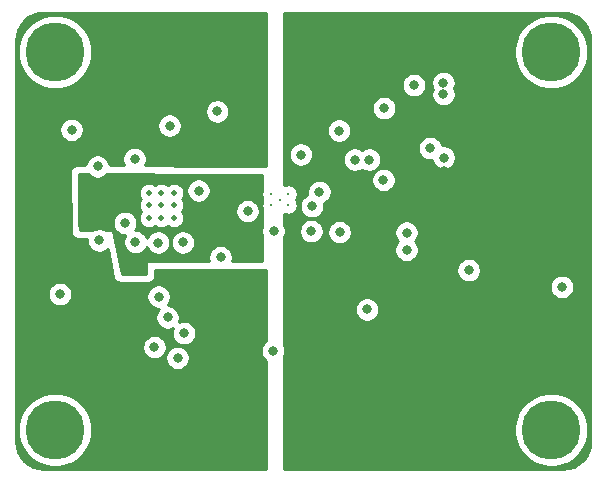
<source format=gbr>
%TF.GenerationSoftware,KiCad,Pcbnew,(5.1.12-1-10_14)*%
%TF.CreationDate,2022-02-15T12:54:36-08:00*%
%TF.ProjectId,g3_power,67335f70-6f77-4657-922e-6b696361645f,rev?*%
%TF.SameCoordinates,Original*%
%TF.FileFunction,Copper,L3,Inr*%
%TF.FilePolarity,Positive*%
%FSLAX46Y46*%
G04 Gerber Fmt 4.6, Leading zero omitted, Abs format (unit mm)*
G04 Created by KiCad (PCBNEW (5.1.12-1-10_14)) date 2022-02-15 12:54:36*
%MOMM*%
%LPD*%
G01*
G04 APERTURE LIST*
%TA.AperFunction,ComponentPad*%
%ADD10C,5.000000*%
%TD*%
%TA.AperFunction,ComponentPad*%
%ADD11C,0.300000*%
%TD*%
%TA.AperFunction,ComponentPad*%
%ADD12C,0.500000*%
%TD*%
%TA.AperFunction,ViaPad*%
%ADD13C,0.800000*%
%TD*%
%TA.AperFunction,Conductor*%
%ADD14C,0.254000*%
%TD*%
%TA.AperFunction,Conductor*%
%ADD15C,0.100000*%
%TD*%
G04 APERTURE END LIST*
D10*
%TO.N,Net-(H104-Pad1)*%
%TO.C,H104*%
X255000000Y-106000000D03*
%TD*%
%TO.N,Net-(H103-Pad1)*%
%TO.C,H103*%
X213000000Y-106000000D03*
%TD*%
%TO.N,Net-(H102-Pad1)*%
%TO.C,H102*%
X255000000Y-74000000D03*
%TD*%
%TO.N,Net-(H101-Pad1)*%
%TO.C,H101*%
X213000000Y-74000000D03*
%TD*%
D11*
%TO.N,GND*%
%TO.C,U102*%
X232750000Y-87000000D03*
X231250000Y-86000000D03*
X232750000Y-86000000D03*
X231250000Y-87000000D03*
X232000000Y-86500000D03*
%TD*%
D12*
%TO.N,GND*%
%TO.C,U101*%
X223050000Y-88050000D03*
X222000000Y-88050000D03*
X220950000Y-88050000D03*
X223050000Y-87000000D03*
X222000000Y-87000000D03*
X220950000Y-87000000D03*
X223050000Y-85950000D03*
X222000000Y-85950000D03*
X220950000Y-85950000D03*
%TD*%
D13*
%TO.N,GND*%
X245870000Y-76610000D03*
X245880000Y-77580000D03*
X240800000Y-84840000D03*
X229300000Y-87490000D03*
X245905000Y-82950000D03*
X225150000Y-85750000D03*
X234750000Y-87060000D03*
X223375000Y-99895000D03*
X239410000Y-95800000D03*
X216600000Y-83700000D03*
X226730000Y-79030000D03*
X222700000Y-80250000D03*
X233800000Y-82700000D03*
X221770000Y-94720000D03*
X237095000Y-89265000D03*
X214400000Y-80600000D03*
X255900000Y-93900000D03*
X231450000Y-99300000D03*
X213400000Y-94500000D03*
X227015000Y-91385000D03*
X248020000Y-92480000D03*
%TO.N,CC_PIMD*%
X219736511Y-83063489D03*
%TO.N,V_REGN*%
X221310000Y-82930000D03*
X211807500Y-86182500D03*
X211740000Y-89590000D03*
X222870000Y-93510000D03*
X211550000Y-80750000D03*
%TO.N,CC_PWR_OUT*%
X215450000Y-86250000D03*
X219642500Y-92357500D03*
X225360000Y-87250000D03*
X230110000Y-84960000D03*
%TO.N,+5V*%
X247180000Y-76480000D03*
X247990000Y-75440000D03*
X240905000Y-90665000D03*
X245900000Y-84050000D03*
X232750000Y-83300000D03*
X233175000Y-89375000D03*
X244030000Y-85920000D03*
X255950000Y-90300000D03*
%TO.N,BOOST_VAUX*%
X231500000Y-89160000D03*
X235370000Y-85850000D03*
%TO.N,/BOOST_PS*%
X237040000Y-80670000D03*
X234690000Y-89180000D03*
%TO.N,/~CC_INT*%
X243375000Y-76805000D03*
X216725000Y-89950000D03*
%TO.N,/~CC_CE*%
X221720000Y-90150000D03*
X222520000Y-96470000D03*
X223900000Y-97820000D03*
X244755001Y-82144999D03*
%TO.N,/~CC_QON*%
X240850000Y-78760000D03*
%TO.N,Net-(JP3-Pad2)*%
X223820000Y-90130000D03*
X221400000Y-99000000D03*
%TO.N,/SCL*%
X218910000Y-88480000D03*
X242760000Y-90770000D03*
X239600000Y-83125000D03*
%TO.N,/SDA*%
X219800000Y-90100000D03*
X242760000Y-89300000D03*
X238375000Y-83125000D03*
%TD*%
D14*
%TO.N,CC_PWR_OUT*%
X215789870Y-84350506D02*
X215796063Y-84359774D01*
X215940226Y-84503937D01*
X216109744Y-84617205D01*
X216298102Y-84695226D01*
X216498061Y-84735000D01*
X216701939Y-84735000D01*
X216901898Y-84695226D01*
X217090256Y-84617205D01*
X217259774Y-84503937D01*
X217403937Y-84359774D01*
X217406058Y-84356599D01*
X225469521Y-84386999D01*
X225470000Y-84387000D01*
X226809528Y-84387000D01*
X230542666Y-84416014D01*
X230539368Y-85664313D01*
X230495167Y-85771024D01*
X230465000Y-85922684D01*
X230465000Y-86077316D01*
X230495167Y-86228976D01*
X230537605Y-86331432D01*
X230536709Y-86670733D01*
X230495167Y-86771024D01*
X230465000Y-86922684D01*
X230465000Y-87077316D01*
X230495167Y-87228976D01*
X230534980Y-87325094D01*
X230531098Y-88794551D01*
X230504774Y-88858102D01*
X230465000Y-89058061D01*
X230465000Y-89261939D01*
X230504774Y-89461898D01*
X230529179Y-89520817D01*
X230523339Y-91731330D01*
X228361664Y-91703011D01*
X228359469Y-91703001D01*
X228002938Y-91704493D01*
X228010226Y-91686898D01*
X228050000Y-91486939D01*
X228050000Y-91283061D01*
X228010226Y-91083102D01*
X227932205Y-90894744D01*
X227818937Y-90725226D01*
X227674774Y-90581063D01*
X227505256Y-90467795D01*
X227316898Y-90389774D01*
X227116939Y-90350000D01*
X226913061Y-90350000D01*
X226713102Y-90389774D01*
X226524744Y-90467795D01*
X226355226Y-90581063D01*
X226211063Y-90725226D01*
X226097795Y-90894744D01*
X226019774Y-91083102D01*
X225980000Y-91283061D01*
X225980000Y-91486939D01*
X226019774Y-91686898D01*
X226030481Y-91712746D01*
X225969965Y-91712999D01*
X220850496Y-91693001D01*
X220825710Y-91695344D01*
X220801858Y-91702478D01*
X220779856Y-91714129D01*
X220760549Y-91729847D01*
X220744680Y-91749031D01*
X220732858Y-91770941D01*
X220725538Y-91794737D01*
X220723005Y-91818856D01*
X220714139Y-92803000D01*
X218634776Y-92803000D01*
X217934686Y-89185867D01*
X217927582Y-89162006D01*
X217915960Y-89139989D01*
X217900265Y-89120662D01*
X217881102Y-89104769D01*
X217859206Y-89092920D01*
X217835419Y-89085570D01*
X217810000Y-89083000D01*
X217290393Y-89083000D01*
X217215256Y-89032795D01*
X217026898Y-88954774D01*
X216826939Y-88915000D01*
X216623061Y-88915000D01*
X216423102Y-88954774D01*
X216234744Y-89032795D01*
X216159607Y-89083000D01*
X215074730Y-89083000D01*
X215062016Y-88378061D01*
X217875000Y-88378061D01*
X217875000Y-88581939D01*
X217914774Y-88781898D01*
X217992795Y-88970256D01*
X218106063Y-89139774D01*
X218250226Y-89283937D01*
X218419744Y-89397205D01*
X218608102Y-89475226D01*
X218808061Y-89515000D01*
X218946101Y-89515000D01*
X218882795Y-89609744D01*
X218804774Y-89798102D01*
X218765000Y-89998061D01*
X218765000Y-90201939D01*
X218804774Y-90401898D01*
X218882795Y-90590256D01*
X218996063Y-90759774D01*
X219140226Y-90903937D01*
X219309744Y-91017205D01*
X219498102Y-91095226D01*
X219698061Y-91135000D01*
X219901939Y-91135000D01*
X220101898Y-91095226D01*
X220290256Y-91017205D01*
X220459774Y-90903937D01*
X220603937Y-90759774D01*
X220717205Y-90590256D01*
X220749645Y-90511940D01*
X220802795Y-90640256D01*
X220916063Y-90809774D01*
X221060226Y-90953937D01*
X221229744Y-91067205D01*
X221418102Y-91145226D01*
X221618061Y-91185000D01*
X221821939Y-91185000D01*
X222021898Y-91145226D01*
X222210256Y-91067205D01*
X222379774Y-90953937D01*
X222523937Y-90809774D01*
X222637205Y-90640256D01*
X222715226Y-90451898D01*
X222755000Y-90251939D01*
X222755000Y-90048061D01*
X222751022Y-90028061D01*
X222785000Y-90028061D01*
X222785000Y-90231939D01*
X222824774Y-90431898D01*
X222902795Y-90620256D01*
X223016063Y-90789774D01*
X223160226Y-90933937D01*
X223329744Y-91047205D01*
X223518102Y-91125226D01*
X223718061Y-91165000D01*
X223921939Y-91165000D01*
X224121898Y-91125226D01*
X224310256Y-91047205D01*
X224479774Y-90933937D01*
X224623937Y-90789774D01*
X224737205Y-90620256D01*
X224815226Y-90431898D01*
X224855000Y-90231939D01*
X224855000Y-90028061D01*
X224815226Y-89828102D01*
X224737205Y-89639744D01*
X224623937Y-89470226D01*
X224479774Y-89326063D01*
X224310256Y-89212795D01*
X224121898Y-89134774D01*
X223921939Y-89095000D01*
X223718061Y-89095000D01*
X223518102Y-89134774D01*
X223329744Y-89212795D01*
X223160226Y-89326063D01*
X223016063Y-89470226D01*
X222902795Y-89639744D01*
X222824774Y-89828102D01*
X222785000Y-90028061D01*
X222751022Y-90028061D01*
X222715226Y-89848102D01*
X222637205Y-89659744D01*
X222523937Y-89490226D01*
X222379774Y-89346063D01*
X222210256Y-89232795D01*
X222021898Y-89154774D01*
X221821939Y-89115000D01*
X221618061Y-89115000D01*
X221418102Y-89154774D01*
X221229744Y-89232795D01*
X221060226Y-89346063D01*
X220916063Y-89490226D01*
X220802795Y-89659744D01*
X220770355Y-89738060D01*
X220717205Y-89609744D01*
X220603937Y-89440226D01*
X220459774Y-89296063D01*
X220290256Y-89182795D01*
X220101898Y-89104774D01*
X219901939Y-89065000D01*
X219763899Y-89065000D01*
X219827205Y-88970256D01*
X219905226Y-88781898D01*
X219945000Y-88581939D01*
X219945000Y-88378061D01*
X219905226Y-88178102D01*
X219827205Y-87989744D01*
X219713937Y-87820226D01*
X219569774Y-87676063D01*
X219400256Y-87562795D01*
X219211898Y-87484774D01*
X219011939Y-87445000D01*
X218808061Y-87445000D01*
X218608102Y-87484774D01*
X218419744Y-87562795D01*
X218250226Y-87676063D01*
X218106063Y-87820226D01*
X217992795Y-87989744D01*
X217914774Y-88178102D01*
X217875000Y-88378061D01*
X215062016Y-88378061D01*
X215016652Y-85862835D01*
X220065000Y-85862835D01*
X220065000Y-86037165D01*
X220099010Y-86208145D01*
X220165723Y-86369205D01*
X220236413Y-86475000D01*
X220165723Y-86580795D01*
X220099010Y-86741855D01*
X220065000Y-86912835D01*
X220065000Y-87087165D01*
X220099010Y-87258145D01*
X220165723Y-87419205D01*
X220236413Y-87525000D01*
X220165723Y-87630795D01*
X220099010Y-87791855D01*
X220065000Y-87962835D01*
X220065000Y-88137165D01*
X220099010Y-88308145D01*
X220165723Y-88469205D01*
X220262576Y-88614155D01*
X220385845Y-88737424D01*
X220530795Y-88834277D01*
X220691855Y-88900990D01*
X220862835Y-88935000D01*
X221037165Y-88935000D01*
X221208145Y-88900990D01*
X221369205Y-88834277D01*
X221475000Y-88763587D01*
X221580795Y-88834277D01*
X221741855Y-88900990D01*
X221912835Y-88935000D01*
X222087165Y-88935000D01*
X222258145Y-88900990D01*
X222419205Y-88834277D01*
X222525000Y-88763587D01*
X222630795Y-88834277D01*
X222791855Y-88900990D01*
X222962835Y-88935000D01*
X223137165Y-88935000D01*
X223308145Y-88900990D01*
X223469205Y-88834277D01*
X223614155Y-88737424D01*
X223737424Y-88614155D01*
X223834277Y-88469205D01*
X223900990Y-88308145D01*
X223935000Y-88137165D01*
X223935000Y-87962835D01*
X223900990Y-87791855D01*
X223834277Y-87630795D01*
X223763587Y-87525000D01*
X223834277Y-87419205D01*
X223847177Y-87388061D01*
X228265000Y-87388061D01*
X228265000Y-87591939D01*
X228304774Y-87791898D01*
X228382795Y-87980256D01*
X228496063Y-88149774D01*
X228640226Y-88293937D01*
X228809744Y-88407205D01*
X228998102Y-88485226D01*
X229198061Y-88525000D01*
X229401939Y-88525000D01*
X229601898Y-88485226D01*
X229790256Y-88407205D01*
X229959774Y-88293937D01*
X230103937Y-88149774D01*
X230217205Y-87980256D01*
X230295226Y-87791898D01*
X230335000Y-87591939D01*
X230335000Y-87388061D01*
X230295226Y-87188102D01*
X230217205Y-86999744D01*
X230103937Y-86830226D01*
X229959774Y-86686063D01*
X229790256Y-86572795D01*
X229601898Y-86494774D01*
X229401939Y-86455000D01*
X229198061Y-86455000D01*
X228998102Y-86494774D01*
X228809744Y-86572795D01*
X228640226Y-86686063D01*
X228496063Y-86830226D01*
X228382795Y-86999744D01*
X228304774Y-87188102D01*
X228265000Y-87388061D01*
X223847177Y-87388061D01*
X223900990Y-87258145D01*
X223935000Y-87087165D01*
X223935000Y-86912835D01*
X223900990Y-86741855D01*
X223834277Y-86580795D01*
X223763587Y-86475000D01*
X223834277Y-86369205D01*
X223900990Y-86208145D01*
X223935000Y-86037165D01*
X223935000Y-85862835D01*
X223900990Y-85691855D01*
X223882850Y-85648061D01*
X224115000Y-85648061D01*
X224115000Y-85851939D01*
X224154774Y-86051898D01*
X224232795Y-86240256D01*
X224346063Y-86409774D01*
X224490226Y-86553937D01*
X224659744Y-86667205D01*
X224848102Y-86745226D01*
X225048061Y-86785000D01*
X225251939Y-86785000D01*
X225451898Y-86745226D01*
X225640256Y-86667205D01*
X225809774Y-86553937D01*
X225953937Y-86409774D01*
X226067205Y-86240256D01*
X226145226Y-86051898D01*
X226185000Y-85851939D01*
X226185000Y-85648061D01*
X226145226Y-85448102D01*
X226067205Y-85259744D01*
X225953937Y-85090226D01*
X225809774Y-84946063D01*
X225640256Y-84832795D01*
X225451898Y-84754774D01*
X225251939Y-84715000D01*
X225048061Y-84715000D01*
X224848102Y-84754774D01*
X224659744Y-84832795D01*
X224490226Y-84946063D01*
X224346063Y-85090226D01*
X224232795Y-85259744D01*
X224154774Y-85448102D01*
X224115000Y-85648061D01*
X223882850Y-85648061D01*
X223834277Y-85530795D01*
X223737424Y-85385845D01*
X223614155Y-85262576D01*
X223469205Y-85165723D01*
X223308145Y-85099010D01*
X223137165Y-85065000D01*
X222962835Y-85065000D01*
X222791855Y-85099010D01*
X222630795Y-85165723D01*
X222525000Y-85236413D01*
X222419205Y-85165723D01*
X222258145Y-85099010D01*
X222087165Y-85065000D01*
X221912835Y-85065000D01*
X221741855Y-85099010D01*
X221580795Y-85165723D01*
X221475000Y-85236413D01*
X221369205Y-85165723D01*
X221208145Y-85099010D01*
X221037165Y-85065000D01*
X220862835Y-85065000D01*
X220691855Y-85099010D01*
X220530795Y-85165723D01*
X220385845Y-85262576D01*
X220262576Y-85385845D01*
X220165723Y-85530795D01*
X220099010Y-85691855D01*
X220065000Y-85862835D01*
X215016652Y-85862835D01*
X214989320Y-84347488D01*
X215789870Y-84350506D01*
%TA.AperFunction,Conductor*%
D15*
G36*
X215789870Y-84350506D02*
G01*
X215796063Y-84359774D01*
X215940226Y-84503937D01*
X216109744Y-84617205D01*
X216298102Y-84695226D01*
X216498061Y-84735000D01*
X216701939Y-84735000D01*
X216901898Y-84695226D01*
X217090256Y-84617205D01*
X217259774Y-84503937D01*
X217403937Y-84359774D01*
X217406058Y-84356599D01*
X225469521Y-84386999D01*
X225470000Y-84387000D01*
X226809528Y-84387000D01*
X230542666Y-84416014D01*
X230539368Y-85664313D01*
X230495167Y-85771024D01*
X230465000Y-85922684D01*
X230465000Y-86077316D01*
X230495167Y-86228976D01*
X230537605Y-86331432D01*
X230536709Y-86670733D01*
X230495167Y-86771024D01*
X230465000Y-86922684D01*
X230465000Y-87077316D01*
X230495167Y-87228976D01*
X230534980Y-87325094D01*
X230531098Y-88794551D01*
X230504774Y-88858102D01*
X230465000Y-89058061D01*
X230465000Y-89261939D01*
X230504774Y-89461898D01*
X230529179Y-89520817D01*
X230523339Y-91731330D01*
X228361664Y-91703011D01*
X228359469Y-91703001D01*
X228002938Y-91704493D01*
X228010226Y-91686898D01*
X228050000Y-91486939D01*
X228050000Y-91283061D01*
X228010226Y-91083102D01*
X227932205Y-90894744D01*
X227818937Y-90725226D01*
X227674774Y-90581063D01*
X227505256Y-90467795D01*
X227316898Y-90389774D01*
X227116939Y-90350000D01*
X226913061Y-90350000D01*
X226713102Y-90389774D01*
X226524744Y-90467795D01*
X226355226Y-90581063D01*
X226211063Y-90725226D01*
X226097795Y-90894744D01*
X226019774Y-91083102D01*
X225980000Y-91283061D01*
X225980000Y-91486939D01*
X226019774Y-91686898D01*
X226030481Y-91712746D01*
X225969965Y-91712999D01*
X220850496Y-91693001D01*
X220825710Y-91695344D01*
X220801858Y-91702478D01*
X220779856Y-91714129D01*
X220760549Y-91729847D01*
X220744680Y-91749031D01*
X220732858Y-91770941D01*
X220725538Y-91794737D01*
X220723005Y-91818856D01*
X220714139Y-92803000D01*
X218634776Y-92803000D01*
X217934686Y-89185867D01*
X217927582Y-89162006D01*
X217915960Y-89139989D01*
X217900265Y-89120662D01*
X217881102Y-89104769D01*
X217859206Y-89092920D01*
X217835419Y-89085570D01*
X217810000Y-89083000D01*
X217290393Y-89083000D01*
X217215256Y-89032795D01*
X217026898Y-88954774D01*
X216826939Y-88915000D01*
X216623061Y-88915000D01*
X216423102Y-88954774D01*
X216234744Y-89032795D01*
X216159607Y-89083000D01*
X215074730Y-89083000D01*
X215062016Y-88378061D01*
X217875000Y-88378061D01*
X217875000Y-88581939D01*
X217914774Y-88781898D01*
X217992795Y-88970256D01*
X218106063Y-89139774D01*
X218250226Y-89283937D01*
X218419744Y-89397205D01*
X218608102Y-89475226D01*
X218808061Y-89515000D01*
X218946101Y-89515000D01*
X218882795Y-89609744D01*
X218804774Y-89798102D01*
X218765000Y-89998061D01*
X218765000Y-90201939D01*
X218804774Y-90401898D01*
X218882795Y-90590256D01*
X218996063Y-90759774D01*
X219140226Y-90903937D01*
X219309744Y-91017205D01*
X219498102Y-91095226D01*
X219698061Y-91135000D01*
X219901939Y-91135000D01*
X220101898Y-91095226D01*
X220290256Y-91017205D01*
X220459774Y-90903937D01*
X220603937Y-90759774D01*
X220717205Y-90590256D01*
X220749645Y-90511940D01*
X220802795Y-90640256D01*
X220916063Y-90809774D01*
X221060226Y-90953937D01*
X221229744Y-91067205D01*
X221418102Y-91145226D01*
X221618061Y-91185000D01*
X221821939Y-91185000D01*
X222021898Y-91145226D01*
X222210256Y-91067205D01*
X222379774Y-90953937D01*
X222523937Y-90809774D01*
X222637205Y-90640256D01*
X222715226Y-90451898D01*
X222755000Y-90251939D01*
X222755000Y-90048061D01*
X222751022Y-90028061D01*
X222785000Y-90028061D01*
X222785000Y-90231939D01*
X222824774Y-90431898D01*
X222902795Y-90620256D01*
X223016063Y-90789774D01*
X223160226Y-90933937D01*
X223329744Y-91047205D01*
X223518102Y-91125226D01*
X223718061Y-91165000D01*
X223921939Y-91165000D01*
X224121898Y-91125226D01*
X224310256Y-91047205D01*
X224479774Y-90933937D01*
X224623937Y-90789774D01*
X224737205Y-90620256D01*
X224815226Y-90431898D01*
X224855000Y-90231939D01*
X224855000Y-90028061D01*
X224815226Y-89828102D01*
X224737205Y-89639744D01*
X224623937Y-89470226D01*
X224479774Y-89326063D01*
X224310256Y-89212795D01*
X224121898Y-89134774D01*
X223921939Y-89095000D01*
X223718061Y-89095000D01*
X223518102Y-89134774D01*
X223329744Y-89212795D01*
X223160226Y-89326063D01*
X223016063Y-89470226D01*
X222902795Y-89639744D01*
X222824774Y-89828102D01*
X222785000Y-90028061D01*
X222751022Y-90028061D01*
X222715226Y-89848102D01*
X222637205Y-89659744D01*
X222523937Y-89490226D01*
X222379774Y-89346063D01*
X222210256Y-89232795D01*
X222021898Y-89154774D01*
X221821939Y-89115000D01*
X221618061Y-89115000D01*
X221418102Y-89154774D01*
X221229744Y-89232795D01*
X221060226Y-89346063D01*
X220916063Y-89490226D01*
X220802795Y-89659744D01*
X220770355Y-89738060D01*
X220717205Y-89609744D01*
X220603937Y-89440226D01*
X220459774Y-89296063D01*
X220290256Y-89182795D01*
X220101898Y-89104774D01*
X219901939Y-89065000D01*
X219763899Y-89065000D01*
X219827205Y-88970256D01*
X219905226Y-88781898D01*
X219945000Y-88581939D01*
X219945000Y-88378061D01*
X219905226Y-88178102D01*
X219827205Y-87989744D01*
X219713937Y-87820226D01*
X219569774Y-87676063D01*
X219400256Y-87562795D01*
X219211898Y-87484774D01*
X219011939Y-87445000D01*
X218808061Y-87445000D01*
X218608102Y-87484774D01*
X218419744Y-87562795D01*
X218250226Y-87676063D01*
X218106063Y-87820226D01*
X217992795Y-87989744D01*
X217914774Y-88178102D01*
X217875000Y-88378061D01*
X215062016Y-88378061D01*
X215016652Y-85862835D01*
X220065000Y-85862835D01*
X220065000Y-86037165D01*
X220099010Y-86208145D01*
X220165723Y-86369205D01*
X220236413Y-86475000D01*
X220165723Y-86580795D01*
X220099010Y-86741855D01*
X220065000Y-86912835D01*
X220065000Y-87087165D01*
X220099010Y-87258145D01*
X220165723Y-87419205D01*
X220236413Y-87525000D01*
X220165723Y-87630795D01*
X220099010Y-87791855D01*
X220065000Y-87962835D01*
X220065000Y-88137165D01*
X220099010Y-88308145D01*
X220165723Y-88469205D01*
X220262576Y-88614155D01*
X220385845Y-88737424D01*
X220530795Y-88834277D01*
X220691855Y-88900990D01*
X220862835Y-88935000D01*
X221037165Y-88935000D01*
X221208145Y-88900990D01*
X221369205Y-88834277D01*
X221475000Y-88763587D01*
X221580795Y-88834277D01*
X221741855Y-88900990D01*
X221912835Y-88935000D01*
X222087165Y-88935000D01*
X222258145Y-88900990D01*
X222419205Y-88834277D01*
X222525000Y-88763587D01*
X222630795Y-88834277D01*
X222791855Y-88900990D01*
X222962835Y-88935000D01*
X223137165Y-88935000D01*
X223308145Y-88900990D01*
X223469205Y-88834277D01*
X223614155Y-88737424D01*
X223737424Y-88614155D01*
X223834277Y-88469205D01*
X223900990Y-88308145D01*
X223935000Y-88137165D01*
X223935000Y-87962835D01*
X223900990Y-87791855D01*
X223834277Y-87630795D01*
X223763587Y-87525000D01*
X223834277Y-87419205D01*
X223847177Y-87388061D01*
X228265000Y-87388061D01*
X228265000Y-87591939D01*
X228304774Y-87791898D01*
X228382795Y-87980256D01*
X228496063Y-88149774D01*
X228640226Y-88293937D01*
X228809744Y-88407205D01*
X228998102Y-88485226D01*
X229198061Y-88525000D01*
X229401939Y-88525000D01*
X229601898Y-88485226D01*
X229790256Y-88407205D01*
X229959774Y-88293937D01*
X230103937Y-88149774D01*
X230217205Y-87980256D01*
X230295226Y-87791898D01*
X230335000Y-87591939D01*
X230335000Y-87388061D01*
X230295226Y-87188102D01*
X230217205Y-86999744D01*
X230103937Y-86830226D01*
X229959774Y-86686063D01*
X229790256Y-86572795D01*
X229601898Y-86494774D01*
X229401939Y-86455000D01*
X229198061Y-86455000D01*
X228998102Y-86494774D01*
X228809744Y-86572795D01*
X228640226Y-86686063D01*
X228496063Y-86830226D01*
X228382795Y-86999744D01*
X228304774Y-87188102D01*
X228265000Y-87388061D01*
X223847177Y-87388061D01*
X223900990Y-87258145D01*
X223935000Y-87087165D01*
X223935000Y-86912835D01*
X223900990Y-86741855D01*
X223834277Y-86580795D01*
X223763587Y-86475000D01*
X223834277Y-86369205D01*
X223900990Y-86208145D01*
X223935000Y-86037165D01*
X223935000Y-85862835D01*
X223900990Y-85691855D01*
X223882850Y-85648061D01*
X224115000Y-85648061D01*
X224115000Y-85851939D01*
X224154774Y-86051898D01*
X224232795Y-86240256D01*
X224346063Y-86409774D01*
X224490226Y-86553937D01*
X224659744Y-86667205D01*
X224848102Y-86745226D01*
X225048061Y-86785000D01*
X225251939Y-86785000D01*
X225451898Y-86745226D01*
X225640256Y-86667205D01*
X225809774Y-86553937D01*
X225953937Y-86409774D01*
X226067205Y-86240256D01*
X226145226Y-86051898D01*
X226185000Y-85851939D01*
X226185000Y-85648061D01*
X226145226Y-85448102D01*
X226067205Y-85259744D01*
X225953937Y-85090226D01*
X225809774Y-84946063D01*
X225640256Y-84832795D01*
X225451898Y-84754774D01*
X225251939Y-84715000D01*
X225048061Y-84715000D01*
X224848102Y-84754774D01*
X224659744Y-84832795D01*
X224490226Y-84946063D01*
X224346063Y-85090226D01*
X224232795Y-85259744D01*
X224154774Y-85448102D01*
X224115000Y-85648061D01*
X223882850Y-85648061D01*
X223834277Y-85530795D01*
X223737424Y-85385845D01*
X223614155Y-85262576D01*
X223469205Y-85165723D01*
X223308145Y-85099010D01*
X223137165Y-85065000D01*
X222962835Y-85065000D01*
X222791855Y-85099010D01*
X222630795Y-85165723D01*
X222525000Y-85236413D01*
X222419205Y-85165723D01*
X222258145Y-85099010D01*
X222087165Y-85065000D01*
X221912835Y-85065000D01*
X221741855Y-85099010D01*
X221580795Y-85165723D01*
X221475000Y-85236413D01*
X221369205Y-85165723D01*
X221208145Y-85099010D01*
X221037165Y-85065000D01*
X220862835Y-85065000D01*
X220691855Y-85099010D01*
X220530795Y-85165723D01*
X220385845Y-85262576D01*
X220262576Y-85385845D01*
X220165723Y-85530795D01*
X220099010Y-85691855D01*
X220065000Y-85862835D01*
X215016652Y-85862835D01*
X214989320Y-84347488D01*
X215789870Y-84350506D01*
G37*
%TD.AperFunction*%
%TD*%
D14*
%TO.N,V_REGN*%
X230853000Y-83685111D02*
X230798719Y-83668183D01*
X230674935Y-83655019D01*
X226814935Y-83625019D01*
X226810000Y-83625000D01*
X225471068Y-83625000D01*
X220618329Y-83606705D01*
X220653716Y-83553745D01*
X220731737Y-83365387D01*
X220771511Y-83165428D01*
X220771511Y-82961550D01*
X220731737Y-82761591D01*
X220653716Y-82573233D01*
X220540448Y-82403715D01*
X220396285Y-82259552D01*
X220226767Y-82146284D01*
X220038409Y-82068263D01*
X219838450Y-82028489D01*
X219634572Y-82028489D01*
X219434613Y-82068263D01*
X219246255Y-82146284D01*
X219076737Y-82259552D01*
X218932574Y-82403715D01*
X218819306Y-82573233D01*
X218741285Y-82761591D01*
X218701511Y-82961550D01*
X218701511Y-83165428D01*
X218741285Y-83365387D01*
X218819306Y-83553745D01*
X218850239Y-83600039D01*
X217634482Y-83595456D01*
X217595226Y-83398102D01*
X217517205Y-83209744D01*
X217403937Y-83040226D01*
X217259774Y-82896063D01*
X217090256Y-82782795D01*
X216901898Y-82704774D01*
X216701939Y-82665000D01*
X216498061Y-82665000D01*
X216298102Y-82704774D01*
X216109744Y-82782795D01*
X215940226Y-82896063D01*
X215796063Y-83040226D01*
X215682795Y-83209744D01*
X215604774Y-83398102D01*
X215567069Y-83587662D01*
X214862394Y-83585005D01*
X214724907Y-83599537D01*
X214606456Y-83637814D01*
X214497749Y-83698465D01*
X214402963Y-83779157D01*
X214325741Y-83876791D01*
X214269050Y-83987615D01*
X214235069Y-84107369D01*
X214225103Y-84231451D01*
X214315103Y-89221451D01*
X214327201Y-89333882D01*
X214363336Y-89453004D01*
X214422017Y-89562787D01*
X214500987Y-89659013D01*
X214597213Y-89737983D01*
X214706996Y-89796664D01*
X214826118Y-89832799D01*
X214950000Y-89845000D01*
X215690609Y-89845000D01*
X215690000Y-89848061D01*
X215690000Y-90051939D01*
X215729774Y-90251898D01*
X215807795Y-90440256D01*
X215921063Y-90609774D01*
X216065226Y-90753937D01*
X216234744Y-90867205D01*
X216423102Y-90945226D01*
X216623061Y-90985000D01*
X216826939Y-90985000D01*
X217026898Y-90945226D01*
X217215256Y-90867205D01*
X217384774Y-90753937D01*
X217449512Y-90689199D01*
X217906570Y-93050664D01*
X217943336Y-93173004D01*
X218002017Y-93282787D01*
X218080987Y-93379013D01*
X218177213Y-93457983D01*
X218286996Y-93516664D01*
X218406118Y-93552799D01*
X218530000Y-93565000D01*
X220840000Y-93565000D01*
X220958267Y-93553889D01*
X221077709Y-93518829D01*
X221188016Y-93461140D01*
X221284950Y-93383040D01*
X221364784Y-93287529D01*
X221424451Y-93178279D01*
X221461657Y-93059488D01*
X221474974Y-92935720D01*
X221479283Y-92457463D01*
X225967520Y-92474995D01*
X225972657Y-92474994D01*
X228357116Y-92465017D01*
X230641682Y-92494946D01*
X230772236Y-92483124D01*
X230853000Y-92458857D01*
X230853000Y-98454119D01*
X230790226Y-98496063D01*
X230646063Y-98640226D01*
X230532795Y-98809744D01*
X230454774Y-98998102D01*
X230415000Y-99198061D01*
X230415000Y-99401939D01*
X230454774Y-99601898D01*
X230532795Y-99790256D01*
X230646063Y-99959774D01*
X230790226Y-100103937D01*
X230853000Y-100145881D01*
X230853000Y-109315000D01*
X212033504Y-109315000D01*
X211550984Y-109267688D01*
X211119073Y-109137287D01*
X210720720Y-108925480D01*
X210371086Y-108640325D01*
X210083503Y-108292697D01*
X209868915Y-107895825D01*
X209735500Y-107464834D01*
X209685000Y-106984346D01*
X209685000Y-105691229D01*
X209865000Y-105691229D01*
X209865000Y-106308771D01*
X209985476Y-106914446D01*
X210221799Y-107484979D01*
X210564886Y-107998446D01*
X211001554Y-108435114D01*
X211515021Y-108778201D01*
X212085554Y-109014524D01*
X212691229Y-109135000D01*
X213308771Y-109135000D01*
X213914446Y-109014524D01*
X214484979Y-108778201D01*
X214998446Y-108435114D01*
X215435114Y-107998446D01*
X215778201Y-107484979D01*
X216014524Y-106914446D01*
X216135000Y-106308771D01*
X216135000Y-105691229D01*
X216014524Y-105085554D01*
X215778201Y-104515021D01*
X215435114Y-104001554D01*
X214998446Y-103564886D01*
X214484979Y-103221799D01*
X213914446Y-102985476D01*
X213308771Y-102865000D01*
X212691229Y-102865000D01*
X212085554Y-102985476D01*
X211515021Y-103221799D01*
X211001554Y-103564886D01*
X210564886Y-104001554D01*
X210221799Y-104515021D01*
X209985476Y-105085554D01*
X209865000Y-105691229D01*
X209685000Y-105691229D01*
X209685000Y-98898061D01*
X220365000Y-98898061D01*
X220365000Y-99101939D01*
X220404774Y-99301898D01*
X220482795Y-99490256D01*
X220596063Y-99659774D01*
X220740226Y-99803937D01*
X220909744Y-99917205D01*
X221098102Y-99995226D01*
X221298061Y-100035000D01*
X221501939Y-100035000D01*
X221701898Y-99995226D01*
X221890256Y-99917205D01*
X222059774Y-99803937D01*
X222070650Y-99793061D01*
X222340000Y-99793061D01*
X222340000Y-99996939D01*
X222379774Y-100196898D01*
X222457795Y-100385256D01*
X222571063Y-100554774D01*
X222715226Y-100698937D01*
X222884744Y-100812205D01*
X223073102Y-100890226D01*
X223273061Y-100930000D01*
X223476939Y-100930000D01*
X223676898Y-100890226D01*
X223865256Y-100812205D01*
X224034774Y-100698937D01*
X224178937Y-100554774D01*
X224292205Y-100385256D01*
X224370226Y-100196898D01*
X224410000Y-99996939D01*
X224410000Y-99793061D01*
X224370226Y-99593102D01*
X224292205Y-99404744D01*
X224178937Y-99235226D01*
X224034774Y-99091063D01*
X223865256Y-98977795D01*
X223676898Y-98899774D01*
X223476939Y-98860000D01*
X223273061Y-98860000D01*
X223073102Y-98899774D01*
X222884744Y-98977795D01*
X222715226Y-99091063D01*
X222571063Y-99235226D01*
X222457795Y-99404744D01*
X222379774Y-99593102D01*
X222340000Y-99793061D01*
X222070650Y-99793061D01*
X222203937Y-99659774D01*
X222317205Y-99490256D01*
X222395226Y-99301898D01*
X222435000Y-99101939D01*
X222435000Y-98898061D01*
X222395226Y-98698102D01*
X222317205Y-98509744D01*
X222203937Y-98340226D01*
X222059774Y-98196063D01*
X221890256Y-98082795D01*
X221701898Y-98004774D01*
X221501939Y-97965000D01*
X221298061Y-97965000D01*
X221098102Y-98004774D01*
X220909744Y-98082795D01*
X220740226Y-98196063D01*
X220596063Y-98340226D01*
X220482795Y-98509744D01*
X220404774Y-98698102D01*
X220365000Y-98898061D01*
X209685000Y-98898061D01*
X209685000Y-94398061D01*
X212365000Y-94398061D01*
X212365000Y-94601939D01*
X212404774Y-94801898D01*
X212482795Y-94990256D01*
X212596063Y-95159774D01*
X212740226Y-95303937D01*
X212909744Y-95417205D01*
X213098102Y-95495226D01*
X213298061Y-95535000D01*
X213501939Y-95535000D01*
X213701898Y-95495226D01*
X213890256Y-95417205D01*
X214059774Y-95303937D01*
X214203937Y-95159774D01*
X214317205Y-94990256D01*
X214395226Y-94801898D01*
X214431793Y-94618061D01*
X220735000Y-94618061D01*
X220735000Y-94821939D01*
X220774774Y-95021898D01*
X220852795Y-95210256D01*
X220966063Y-95379774D01*
X221110226Y-95523937D01*
X221279744Y-95637205D01*
X221468102Y-95715226D01*
X221668061Y-95755000D01*
X221771289Y-95755000D01*
X221716063Y-95810226D01*
X221602795Y-95979744D01*
X221524774Y-96168102D01*
X221485000Y-96368061D01*
X221485000Y-96571939D01*
X221524774Y-96771898D01*
X221602795Y-96960256D01*
X221716063Y-97129774D01*
X221860226Y-97273937D01*
X222029744Y-97387205D01*
X222218102Y-97465226D01*
X222418061Y-97505000D01*
X222621939Y-97505000D01*
X222821898Y-97465226D01*
X222948377Y-97412836D01*
X222904774Y-97518102D01*
X222865000Y-97718061D01*
X222865000Y-97921939D01*
X222904774Y-98121898D01*
X222982795Y-98310256D01*
X223096063Y-98479774D01*
X223240226Y-98623937D01*
X223409744Y-98737205D01*
X223598102Y-98815226D01*
X223798061Y-98855000D01*
X224001939Y-98855000D01*
X224201898Y-98815226D01*
X224390256Y-98737205D01*
X224559774Y-98623937D01*
X224703937Y-98479774D01*
X224817205Y-98310256D01*
X224895226Y-98121898D01*
X224935000Y-97921939D01*
X224935000Y-97718061D01*
X224895226Y-97518102D01*
X224817205Y-97329744D01*
X224703937Y-97160226D01*
X224559774Y-97016063D01*
X224390256Y-96902795D01*
X224201898Y-96824774D01*
X224001939Y-96785000D01*
X223798061Y-96785000D01*
X223598102Y-96824774D01*
X223471623Y-96877164D01*
X223515226Y-96771898D01*
X223555000Y-96571939D01*
X223555000Y-96368061D01*
X223515226Y-96168102D01*
X223437205Y-95979744D01*
X223323937Y-95810226D01*
X223179774Y-95666063D01*
X223010256Y-95552795D01*
X222821898Y-95474774D01*
X222621939Y-95435000D01*
X222518711Y-95435000D01*
X222573937Y-95379774D01*
X222687205Y-95210256D01*
X222765226Y-95021898D01*
X222805000Y-94821939D01*
X222805000Y-94618061D01*
X222765226Y-94418102D01*
X222687205Y-94229744D01*
X222573937Y-94060226D01*
X222429774Y-93916063D01*
X222260256Y-93802795D01*
X222071898Y-93724774D01*
X221871939Y-93685000D01*
X221668061Y-93685000D01*
X221468102Y-93724774D01*
X221279744Y-93802795D01*
X221110226Y-93916063D01*
X220966063Y-94060226D01*
X220852795Y-94229744D01*
X220774774Y-94418102D01*
X220735000Y-94618061D01*
X214431793Y-94618061D01*
X214435000Y-94601939D01*
X214435000Y-94398061D01*
X214395226Y-94198102D01*
X214317205Y-94009744D01*
X214203937Y-93840226D01*
X214059774Y-93696063D01*
X213890256Y-93582795D01*
X213701898Y-93504774D01*
X213501939Y-93465000D01*
X213298061Y-93465000D01*
X213098102Y-93504774D01*
X212909744Y-93582795D01*
X212740226Y-93696063D01*
X212596063Y-93840226D01*
X212482795Y-94009744D01*
X212404774Y-94198102D01*
X212365000Y-94398061D01*
X209685000Y-94398061D01*
X209685000Y-80498061D01*
X213365000Y-80498061D01*
X213365000Y-80701939D01*
X213404774Y-80901898D01*
X213482795Y-81090256D01*
X213596063Y-81259774D01*
X213740226Y-81403937D01*
X213909744Y-81517205D01*
X214098102Y-81595226D01*
X214298061Y-81635000D01*
X214501939Y-81635000D01*
X214701898Y-81595226D01*
X214890256Y-81517205D01*
X215059774Y-81403937D01*
X215203937Y-81259774D01*
X215317205Y-81090256D01*
X215395226Y-80901898D01*
X215435000Y-80701939D01*
X215435000Y-80498061D01*
X215395226Y-80298102D01*
X215333077Y-80148061D01*
X221665000Y-80148061D01*
X221665000Y-80351939D01*
X221704774Y-80551898D01*
X221782795Y-80740256D01*
X221896063Y-80909774D01*
X222040226Y-81053937D01*
X222209744Y-81167205D01*
X222398102Y-81245226D01*
X222598061Y-81285000D01*
X222801939Y-81285000D01*
X223001898Y-81245226D01*
X223190256Y-81167205D01*
X223359774Y-81053937D01*
X223503937Y-80909774D01*
X223617205Y-80740256D01*
X223695226Y-80551898D01*
X223735000Y-80351939D01*
X223735000Y-80148061D01*
X223695226Y-79948102D01*
X223617205Y-79759744D01*
X223503937Y-79590226D01*
X223359774Y-79446063D01*
X223190256Y-79332795D01*
X223001898Y-79254774D01*
X222801939Y-79215000D01*
X222598061Y-79215000D01*
X222398102Y-79254774D01*
X222209744Y-79332795D01*
X222040226Y-79446063D01*
X221896063Y-79590226D01*
X221782795Y-79759744D01*
X221704774Y-79948102D01*
X221665000Y-80148061D01*
X215333077Y-80148061D01*
X215317205Y-80109744D01*
X215203937Y-79940226D01*
X215059774Y-79796063D01*
X214890256Y-79682795D01*
X214701898Y-79604774D01*
X214501939Y-79565000D01*
X214298061Y-79565000D01*
X214098102Y-79604774D01*
X213909744Y-79682795D01*
X213740226Y-79796063D01*
X213596063Y-79940226D01*
X213482795Y-80109744D01*
X213404774Y-80298102D01*
X213365000Y-80498061D01*
X209685000Y-80498061D01*
X209685000Y-78928061D01*
X225695000Y-78928061D01*
X225695000Y-79131939D01*
X225734774Y-79331898D01*
X225812795Y-79520256D01*
X225926063Y-79689774D01*
X226070226Y-79833937D01*
X226239744Y-79947205D01*
X226428102Y-80025226D01*
X226628061Y-80065000D01*
X226831939Y-80065000D01*
X227031898Y-80025226D01*
X227220256Y-79947205D01*
X227389774Y-79833937D01*
X227533937Y-79689774D01*
X227647205Y-79520256D01*
X227725226Y-79331898D01*
X227765000Y-79131939D01*
X227765000Y-78928061D01*
X227725226Y-78728102D01*
X227647205Y-78539744D01*
X227533937Y-78370226D01*
X227389774Y-78226063D01*
X227220256Y-78112795D01*
X227031898Y-78034774D01*
X226831939Y-77995000D01*
X226628061Y-77995000D01*
X226428102Y-78034774D01*
X226239744Y-78112795D01*
X226070226Y-78226063D01*
X225926063Y-78370226D01*
X225812795Y-78539744D01*
X225734774Y-78728102D01*
X225695000Y-78928061D01*
X209685000Y-78928061D01*
X209685000Y-73691229D01*
X209865000Y-73691229D01*
X209865000Y-74308771D01*
X209985476Y-74914446D01*
X210221799Y-75484979D01*
X210564886Y-75998446D01*
X211001554Y-76435114D01*
X211515021Y-76778201D01*
X212085554Y-77014524D01*
X212691229Y-77135000D01*
X213308771Y-77135000D01*
X213914446Y-77014524D01*
X214484979Y-76778201D01*
X214998446Y-76435114D01*
X215435114Y-75998446D01*
X215778201Y-75484979D01*
X216014524Y-74914446D01*
X216135000Y-74308771D01*
X216135000Y-73691229D01*
X216014524Y-73085554D01*
X215778201Y-72515021D01*
X215435114Y-72001554D01*
X214998446Y-71564886D01*
X214484979Y-71221799D01*
X213914446Y-70985476D01*
X213308771Y-70865000D01*
X212691229Y-70865000D01*
X212085554Y-70985476D01*
X211515021Y-71221799D01*
X211001554Y-71564886D01*
X210564886Y-72001554D01*
X210221799Y-72515021D01*
X209985476Y-73085554D01*
X209865000Y-73691229D01*
X209685000Y-73691229D01*
X209685000Y-73033505D01*
X209732312Y-72550984D01*
X209862714Y-72119070D01*
X210074524Y-71720715D01*
X210359675Y-71371086D01*
X210707303Y-71083503D01*
X211104177Y-70868914D01*
X211535161Y-70735502D01*
X212015654Y-70685000D01*
X230853000Y-70685000D01*
X230853000Y-83685111D01*
%TA.AperFunction,Conductor*%
D15*
G36*
X230853000Y-83685111D02*
G01*
X230798719Y-83668183D01*
X230674935Y-83655019D01*
X226814935Y-83625019D01*
X226810000Y-83625000D01*
X225471068Y-83625000D01*
X220618329Y-83606705D01*
X220653716Y-83553745D01*
X220731737Y-83365387D01*
X220771511Y-83165428D01*
X220771511Y-82961550D01*
X220731737Y-82761591D01*
X220653716Y-82573233D01*
X220540448Y-82403715D01*
X220396285Y-82259552D01*
X220226767Y-82146284D01*
X220038409Y-82068263D01*
X219838450Y-82028489D01*
X219634572Y-82028489D01*
X219434613Y-82068263D01*
X219246255Y-82146284D01*
X219076737Y-82259552D01*
X218932574Y-82403715D01*
X218819306Y-82573233D01*
X218741285Y-82761591D01*
X218701511Y-82961550D01*
X218701511Y-83165428D01*
X218741285Y-83365387D01*
X218819306Y-83553745D01*
X218850239Y-83600039D01*
X217634482Y-83595456D01*
X217595226Y-83398102D01*
X217517205Y-83209744D01*
X217403937Y-83040226D01*
X217259774Y-82896063D01*
X217090256Y-82782795D01*
X216901898Y-82704774D01*
X216701939Y-82665000D01*
X216498061Y-82665000D01*
X216298102Y-82704774D01*
X216109744Y-82782795D01*
X215940226Y-82896063D01*
X215796063Y-83040226D01*
X215682795Y-83209744D01*
X215604774Y-83398102D01*
X215567069Y-83587662D01*
X214862394Y-83585005D01*
X214724907Y-83599537D01*
X214606456Y-83637814D01*
X214497749Y-83698465D01*
X214402963Y-83779157D01*
X214325741Y-83876791D01*
X214269050Y-83987615D01*
X214235069Y-84107369D01*
X214225103Y-84231451D01*
X214315103Y-89221451D01*
X214327201Y-89333882D01*
X214363336Y-89453004D01*
X214422017Y-89562787D01*
X214500987Y-89659013D01*
X214597213Y-89737983D01*
X214706996Y-89796664D01*
X214826118Y-89832799D01*
X214950000Y-89845000D01*
X215690609Y-89845000D01*
X215690000Y-89848061D01*
X215690000Y-90051939D01*
X215729774Y-90251898D01*
X215807795Y-90440256D01*
X215921063Y-90609774D01*
X216065226Y-90753937D01*
X216234744Y-90867205D01*
X216423102Y-90945226D01*
X216623061Y-90985000D01*
X216826939Y-90985000D01*
X217026898Y-90945226D01*
X217215256Y-90867205D01*
X217384774Y-90753937D01*
X217449512Y-90689199D01*
X217906570Y-93050664D01*
X217943336Y-93173004D01*
X218002017Y-93282787D01*
X218080987Y-93379013D01*
X218177213Y-93457983D01*
X218286996Y-93516664D01*
X218406118Y-93552799D01*
X218530000Y-93565000D01*
X220840000Y-93565000D01*
X220958267Y-93553889D01*
X221077709Y-93518829D01*
X221188016Y-93461140D01*
X221284950Y-93383040D01*
X221364784Y-93287529D01*
X221424451Y-93178279D01*
X221461657Y-93059488D01*
X221474974Y-92935720D01*
X221479283Y-92457463D01*
X225967520Y-92474995D01*
X225972657Y-92474994D01*
X228357116Y-92465017D01*
X230641682Y-92494946D01*
X230772236Y-92483124D01*
X230853000Y-92458857D01*
X230853000Y-98454119D01*
X230790226Y-98496063D01*
X230646063Y-98640226D01*
X230532795Y-98809744D01*
X230454774Y-98998102D01*
X230415000Y-99198061D01*
X230415000Y-99401939D01*
X230454774Y-99601898D01*
X230532795Y-99790256D01*
X230646063Y-99959774D01*
X230790226Y-100103937D01*
X230853000Y-100145881D01*
X230853000Y-109315000D01*
X212033504Y-109315000D01*
X211550984Y-109267688D01*
X211119073Y-109137287D01*
X210720720Y-108925480D01*
X210371086Y-108640325D01*
X210083503Y-108292697D01*
X209868915Y-107895825D01*
X209735500Y-107464834D01*
X209685000Y-106984346D01*
X209685000Y-105691229D01*
X209865000Y-105691229D01*
X209865000Y-106308771D01*
X209985476Y-106914446D01*
X210221799Y-107484979D01*
X210564886Y-107998446D01*
X211001554Y-108435114D01*
X211515021Y-108778201D01*
X212085554Y-109014524D01*
X212691229Y-109135000D01*
X213308771Y-109135000D01*
X213914446Y-109014524D01*
X214484979Y-108778201D01*
X214998446Y-108435114D01*
X215435114Y-107998446D01*
X215778201Y-107484979D01*
X216014524Y-106914446D01*
X216135000Y-106308771D01*
X216135000Y-105691229D01*
X216014524Y-105085554D01*
X215778201Y-104515021D01*
X215435114Y-104001554D01*
X214998446Y-103564886D01*
X214484979Y-103221799D01*
X213914446Y-102985476D01*
X213308771Y-102865000D01*
X212691229Y-102865000D01*
X212085554Y-102985476D01*
X211515021Y-103221799D01*
X211001554Y-103564886D01*
X210564886Y-104001554D01*
X210221799Y-104515021D01*
X209985476Y-105085554D01*
X209865000Y-105691229D01*
X209685000Y-105691229D01*
X209685000Y-98898061D01*
X220365000Y-98898061D01*
X220365000Y-99101939D01*
X220404774Y-99301898D01*
X220482795Y-99490256D01*
X220596063Y-99659774D01*
X220740226Y-99803937D01*
X220909744Y-99917205D01*
X221098102Y-99995226D01*
X221298061Y-100035000D01*
X221501939Y-100035000D01*
X221701898Y-99995226D01*
X221890256Y-99917205D01*
X222059774Y-99803937D01*
X222070650Y-99793061D01*
X222340000Y-99793061D01*
X222340000Y-99996939D01*
X222379774Y-100196898D01*
X222457795Y-100385256D01*
X222571063Y-100554774D01*
X222715226Y-100698937D01*
X222884744Y-100812205D01*
X223073102Y-100890226D01*
X223273061Y-100930000D01*
X223476939Y-100930000D01*
X223676898Y-100890226D01*
X223865256Y-100812205D01*
X224034774Y-100698937D01*
X224178937Y-100554774D01*
X224292205Y-100385256D01*
X224370226Y-100196898D01*
X224410000Y-99996939D01*
X224410000Y-99793061D01*
X224370226Y-99593102D01*
X224292205Y-99404744D01*
X224178937Y-99235226D01*
X224034774Y-99091063D01*
X223865256Y-98977795D01*
X223676898Y-98899774D01*
X223476939Y-98860000D01*
X223273061Y-98860000D01*
X223073102Y-98899774D01*
X222884744Y-98977795D01*
X222715226Y-99091063D01*
X222571063Y-99235226D01*
X222457795Y-99404744D01*
X222379774Y-99593102D01*
X222340000Y-99793061D01*
X222070650Y-99793061D01*
X222203937Y-99659774D01*
X222317205Y-99490256D01*
X222395226Y-99301898D01*
X222435000Y-99101939D01*
X222435000Y-98898061D01*
X222395226Y-98698102D01*
X222317205Y-98509744D01*
X222203937Y-98340226D01*
X222059774Y-98196063D01*
X221890256Y-98082795D01*
X221701898Y-98004774D01*
X221501939Y-97965000D01*
X221298061Y-97965000D01*
X221098102Y-98004774D01*
X220909744Y-98082795D01*
X220740226Y-98196063D01*
X220596063Y-98340226D01*
X220482795Y-98509744D01*
X220404774Y-98698102D01*
X220365000Y-98898061D01*
X209685000Y-98898061D01*
X209685000Y-94398061D01*
X212365000Y-94398061D01*
X212365000Y-94601939D01*
X212404774Y-94801898D01*
X212482795Y-94990256D01*
X212596063Y-95159774D01*
X212740226Y-95303937D01*
X212909744Y-95417205D01*
X213098102Y-95495226D01*
X213298061Y-95535000D01*
X213501939Y-95535000D01*
X213701898Y-95495226D01*
X213890256Y-95417205D01*
X214059774Y-95303937D01*
X214203937Y-95159774D01*
X214317205Y-94990256D01*
X214395226Y-94801898D01*
X214431793Y-94618061D01*
X220735000Y-94618061D01*
X220735000Y-94821939D01*
X220774774Y-95021898D01*
X220852795Y-95210256D01*
X220966063Y-95379774D01*
X221110226Y-95523937D01*
X221279744Y-95637205D01*
X221468102Y-95715226D01*
X221668061Y-95755000D01*
X221771289Y-95755000D01*
X221716063Y-95810226D01*
X221602795Y-95979744D01*
X221524774Y-96168102D01*
X221485000Y-96368061D01*
X221485000Y-96571939D01*
X221524774Y-96771898D01*
X221602795Y-96960256D01*
X221716063Y-97129774D01*
X221860226Y-97273937D01*
X222029744Y-97387205D01*
X222218102Y-97465226D01*
X222418061Y-97505000D01*
X222621939Y-97505000D01*
X222821898Y-97465226D01*
X222948377Y-97412836D01*
X222904774Y-97518102D01*
X222865000Y-97718061D01*
X222865000Y-97921939D01*
X222904774Y-98121898D01*
X222982795Y-98310256D01*
X223096063Y-98479774D01*
X223240226Y-98623937D01*
X223409744Y-98737205D01*
X223598102Y-98815226D01*
X223798061Y-98855000D01*
X224001939Y-98855000D01*
X224201898Y-98815226D01*
X224390256Y-98737205D01*
X224559774Y-98623937D01*
X224703937Y-98479774D01*
X224817205Y-98310256D01*
X224895226Y-98121898D01*
X224935000Y-97921939D01*
X224935000Y-97718061D01*
X224895226Y-97518102D01*
X224817205Y-97329744D01*
X224703937Y-97160226D01*
X224559774Y-97016063D01*
X224390256Y-96902795D01*
X224201898Y-96824774D01*
X224001939Y-96785000D01*
X223798061Y-96785000D01*
X223598102Y-96824774D01*
X223471623Y-96877164D01*
X223515226Y-96771898D01*
X223555000Y-96571939D01*
X223555000Y-96368061D01*
X223515226Y-96168102D01*
X223437205Y-95979744D01*
X223323937Y-95810226D01*
X223179774Y-95666063D01*
X223010256Y-95552795D01*
X222821898Y-95474774D01*
X222621939Y-95435000D01*
X222518711Y-95435000D01*
X222573937Y-95379774D01*
X222687205Y-95210256D01*
X222765226Y-95021898D01*
X222805000Y-94821939D01*
X222805000Y-94618061D01*
X222765226Y-94418102D01*
X222687205Y-94229744D01*
X222573937Y-94060226D01*
X222429774Y-93916063D01*
X222260256Y-93802795D01*
X222071898Y-93724774D01*
X221871939Y-93685000D01*
X221668061Y-93685000D01*
X221468102Y-93724774D01*
X221279744Y-93802795D01*
X221110226Y-93916063D01*
X220966063Y-94060226D01*
X220852795Y-94229744D01*
X220774774Y-94418102D01*
X220735000Y-94618061D01*
X214431793Y-94618061D01*
X214435000Y-94601939D01*
X214435000Y-94398061D01*
X214395226Y-94198102D01*
X214317205Y-94009744D01*
X214203937Y-93840226D01*
X214059774Y-93696063D01*
X213890256Y-93582795D01*
X213701898Y-93504774D01*
X213501939Y-93465000D01*
X213298061Y-93465000D01*
X213098102Y-93504774D01*
X212909744Y-93582795D01*
X212740226Y-93696063D01*
X212596063Y-93840226D01*
X212482795Y-94009744D01*
X212404774Y-94198102D01*
X212365000Y-94398061D01*
X209685000Y-94398061D01*
X209685000Y-80498061D01*
X213365000Y-80498061D01*
X213365000Y-80701939D01*
X213404774Y-80901898D01*
X213482795Y-81090256D01*
X213596063Y-81259774D01*
X213740226Y-81403937D01*
X213909744Y-81517205D01*
X214098102Y-81595226D01*
X214298061Y-81635000D01*
X214501939Y-81635000D01*
X214701898Y-81595226D01*
X214890256Y-81517205D01*
X215059774Y-81403937D01*
X215203937Y-81259774D01*
X215317205Y-81090256D01*
X215395226Y-80901898D01*
X215435000Y-80701939D01*
X215435000Y-80498061D01*
X215395226Y-80298102D01*
X215333077Y-80148061D01*
X221665000Y-80148061D01*
X221665000Y-80351939D01*
X221704774Y-80551898D01*
X221782795Y-80740256D01*
X221896063Y-80909774D01*
X222040226Y-81053937D01*
X222209744Y-81167205D01*
X222398102Y-81245226D01*
X222598061Y-81285000D01*
X222801939Y-81285000D01*
X223001898Y-81245226D01*
X223190256Y-81167205D01*
X223359774Y-81053937D01*
X223503937Y-80909774D01*
X223617205Y-80740256D01*
X223695226Y-80551898D01*
X223735000Y-80351939D01*
X223735000Y-80148061D01*
X223695226Y-79948102D01*
X223617205Y-79759744D01*
X223503937Y-79590226D01*
X223359774Y-79446063D01*
X223190256Y-79332795D01*
X223001898Y-79254774D01*
X222801939Y-79215000D01*
X222598061Y-79215000D01*
X222398102Y-79254774D01*
X222209744Y-79332795D01*
X222040226Y-79446063D01*
X221896063Y-79590226D01*
X221782795Y-79759744D01*
X221704774Y-79948102D01*
X221665000Y-80148061D01*
X215333077Y-80148061D01*
X215317205Y-80109744D01*
X215203937Y-79940226D01*
X215059774Y-79796063D01*
X214890256Y-79682795D01*
X214701898Y-79604774D01*
X214501939Y-79565000D01*
X214298061Y-79565000D01*
X214098102Y-79604774D01*
X213909744Y-79682795D01*
X213740226Y-79796063D01*
X213596063Y-79940226D01*
X213482795Y-80109744D01*
X213404774Y-80298102D01*
X213365000Y-80498061D01*
X209685000Y-80498061D01*
X209685000Y-78928061D01*
X225695000Y-78928061D01*
X225695000Y-79131939D01*
X225734774Y-79331898D01*
X225812795Y-79520256D01*
X225926063Y-79689774D01*
X226070226Y-79833937D01*
X226239744Y-79947205D01*
X226428102Y-80025226D01*
X226628061Y-80065000D01*
X226831939Y-80065000D01*
X227031898Y-80025226D01*
X227220256Y-79947205D01*
X227389774Y-79833937D01*
X227533937Y-79689774D01*
X227647205Y-79520256D01*
X227725226Y-79331898D01*
X227765000Y-79131939D01*
X227765000Y-78928061D01*
X227725226Y-78728102D01*
X227647205Y-78539744D01*
X227533937Y-78370226D01*
X227389774Y-78226063D01*
X227220256Y-78112795D01*
X227031898Y-78034774D01*
X226831939Y-77995000D01*
X226628061Y-77995000D01*
X226428102Y-78034774D01*
X226239744Y-78112795D01*
X226070226Y-78226063D01*
X225926063Y-78370226D01*
X225812795Y-78539744D01*
X225734774Y-78728102D01*
X225695000Y-78928061D01*
X209685000Y-78928061D01*
X209685000Y-73691229D01*
X209865000Y-73691229D01*
X209865000Y-74308771D01*
X209985476Y-74914446D01*
X210221799Y-75484979D01*
X210564886Y-75998446D01*
X211001554Y-76435114D01*
X211515021Y-76778201D01*
X212085554Y-77014524D01*
X212691229Y-77135000D01*
X213308771Y-77135000D01*
X213914446Y-77014524D01*
X214484979Y-76778201D01*
X214998446Y-76435114D01*
X215435114Y-75998446D01*
X215778201Y-75484979D01*
X216014524Y-74914446D01*
X216135000Y-74308771D01*
X216135000Y-73691229D01*
X216014524Y-73085554D01*
X215778201Y-72515021D01*
X215435114Y-72001554D01*
X214998446Y-71564886D01*
X214484979Y-71221799D01*
X213914446Y-70985476D01*
X213308771Y-70865000D01*
X212691229Y-70865000D01*
X212085554Y-70985476D01*
X211515021Y-71221799D01*
X211001554Y-71564886D01*
X210564886Y-72001554D01*
X210221799Y-72515021D01*
X209985476Y-73085554D01*
X209865000Y-73691229D01*
X209685000Y-73691229D01*
X209685000Y-73033505D01*
X209732312Y-72550984D01*
X209862714Y-72119070D01*
X210074524Y-71720715D01*
X210359675Y-71371086D01*
X210707303Y-71083503D01*
X211104177Y-70868914D01*
X211535161Y-70735502D01*
X212015654Y-70685000D01*
X230853000Y-70685000D01*
X230853000Y-83685111D01*
G37*
%TD.AperFunction*%
%TD*%
D14*
%TO.N,+5V*%
X256449016Y-70732312D02*
X256880930Y-70862714D01*
X257279285Y-71074524D01*
X257628914Y-71359675D01*
X257916497Y-71707303D01*
X258131086Y-72104177D01*
X258264498Y-72535161D01*
X258315000Y-73015654D01*
X258315001Y-106966485D01*
X258267688Y-107449016D01*
X258137287Y-107880927D01*
X257925480Y-108279280D01*
X257640325Y-108628914D01*
X257292697Y-108916497D01*
X256895825Y-109131085D01*
X256464834Y-109264500D01*
X255984346Y-109315000D01*
X232377000Y-109315000D01*
X232377000Y-105691229D01*
X251865000Y-105691229D01*
X251865000Y-106308771D01*
X251985476Y-106914446D01*
X252221799Y-107484979D01*
X252564886Y-107998446D01*
X253001554Y-108435114D01*
X253515021Y-108778201D01*
X254085554Y-109014524D01*
X254691229Y-109135000D01*
X255308771Y-109135000D01*
X255914446Y-109014524D01*
X256484979Y-108778201D01*
X256998446Y-108435114D01*
X257435114Y-107998446D01*
X257778201Y-107484979D01*
X258014524Y-106914446D01*
X258135000Y-106308771D01*
X258135000Y-105691229D01*
X258014524Y-105085554D01*
X257778201Y-104515021D01*
X257435114Y-104001554D01*
X256998446Y-103564886D01*
X256484979Y-103221799D01*
X255914446Y-102985476D01*
X255308771Y-102865000D01*
X254691229Y-102865000D01*
X254085554Y-102985476D01*
X253515021Y-103221799D01*
X253001554Y-103564886D01*
X252564886Y-104001554D01*
X252221799Y-104515021D01*
X251985476Y-105085554D01*
X251865000Y-105691229D01*
X232377000Y-105691229D01*
X232377000Y-99766609D01*
X232445226Y-99601898D01*
X232485000Y-99401939D01*
X232485000Y-99198061D01*
X232445226Y-98998102D01*
X232377000Y-98833391D01*
X232377000Y-95698061D01*
X238375000Y-95698061D01*
X238375000Y-95901939D01*
X238414774Y-96101898D01*
X238492795Y-96290256D01*
X238606063Y-96459774D01*
X238750226Y-96603937D01*
X238919744Y-96717205D01*
X239108102Y-96795226D01*
X239308061Y-96835000D01*
X239511939Y-96835000D01*
X239711898Y-96795226D01*
X239900256Y-96717205D01*
X240069774Y-96603937D01*
X240213937Y-96459774D01*
X240327205Y-96290256D01*
X240405226Y-96101898D01*
X240445000Y-95901939D01*
X240445000Y-95698061D01*
X240405226Y-95498102D01*
X240327205Y-95309744D01*
X240213937Y-95140226D01*
X240069774Y-94996063D01*
X239900256Y-94882795D01*
X239711898Y-94804774D01*
X239511939Y-94765000D01*
X239308061Y-94765000D01*
X239108102Y-94804774D01*
X238919744Y-94882795D01*
X238750226Y-94996063D01*
X238606063Y-95140226D01*
X238492795Y-95309744D01*
X238414774Y-95498102D01*
X238375000Y-95698061D01*
X232377000Y-95698061D01*
X232377000Y-93798061D01*
X254865000Y-93798061D01*
X254865000Y-94001939D01*
X254904774Y-94201898D01*
X254982795Y-94390256D01*
X255096063Y-94559774D01*
X255240226Y-94703937D01*
X255409744Y-94817205D01*
X255598102Y-94895226D01*
X255798061Y-94935000D01*
X256001939Y-94935000D01*
X256201898Y-94895226D01*
X256390256Y-94817205D01*
X256559774Y-94703937D01*
X256703937Y-94559774D01*
X256817205Y-94390256D01*
X256895226Y-94201898D01*
X256935000Y-94001939D01*
X256935000Y-93798061D01*
X256895226Y-93598102D01*
X256817205Y-93409744D01*
X256703937Y-93240226D01*
X256559774Y-93096063D01*
X256390256Y-92982795D01*
X256201898Y-92904774D01*
X256001939Y-92865000D01*
X255798061Y-92865000D01*
X255598102Y-92904774D01*
X255409744Y-92982795D01*
X255240226Y-93096063D01*
X255096063Y-93240226D01*
X254982795Y-93409744D01*
X254904774Y-93598102D01*
X254865000Y-93798061D01*
X232377000Y-93798061D01*
X232377000Y-92378061D01*
X246985000Y-92378061D01*
X246985000Y-92581939D01*
X247024774Y-92781898D01*
X247102795Y-92970256D01*
X247216063Y-93139774D01*
X247360226Y-93283937D01*
X247529744Y-93397205D01*
X247718102Y-93475226D01*
X247918061Y-93515000D01*
X248121939Y-93515000D01*
X248321898Y-93475226D01*
X248510256Y-93397205D01*
X248679774Y-93283937D01*
X248823937Y-93139774D01*
X248937205Y-92970256D01*
X249015226Y-92781898D01*
X249055000Y-92581939D01*
X249055000Y-92378061D01*
X249015226Y-92178102D01*
X248937205Y-91989744D01*
X248823937Y-91820226D01*
X248679774Y-91676063D01*
X248510256Y-91562795D01*
X248321898Y-91484774D01*
X248121939Y-91445000D01*
X247918061Y-91445000D01*
X247718102Y-91484774D01*
X247529744Y-91562795D01*
X247360226Y-91676063D01*
X247216063Y-91820226D01*
X247102795Y-91989744D01*
X247024774Y-92178102D01*
X246985000Y-92378061D01*
X232377000Y-92378061D01*
X232377000Y-89710427D01*
X232417205Y-89650256D01*
X232495226Y-89461898D01*
X232535000Y-89261939D01*
X232535000Y-89078061D01*
X233655000Y-89078061D01*
X233655000Y-89281939D01*
X233694774Y-89481898D01*
X233772795Y-89670256D01*
X233886063Y-89839774D01*
X234030226Y-89983937D01*
X234199744Y-90097205D01*
X234388102Y-90175226D01*
X234588061Y-90215000D01*
X234791939Y-90215000D01*
X234991898Y-90175226D01*
X235180256Y-90097205D01*
X235349774Y-89983937D01*
X235493937Y-89839774D01*
X235607205Y-89670256D01*
X235685226Y-89481898D01*
X235725000Y-89281939D01*
X235725000Y-89163061D01*
X236060000Y-89163061D01*
X236060000Y-89366939D01*
X236099774Y-89566898D01*
X236177795Y-89755256D01*
X236291063Y-89924774D01*
X236435226Y-90068937D01*
X236604744Y-90182205D01*
X236793102Y-90260226D01*
X236993061Y-90300000D01*
X237196939Y-90300000D01*
X237396898Y-90260226D01*
X237585256Y-90182205D01*
X237754774Y-90068937D01*
X237898937Y-89924774D01*
X238012205Y-89755256D01*
X238090226Y-89566898D01*
X238130000Y-89366939D01*
X238130000Y-89198061D01*
X241725000Y-89198061D01*
X241725000Y-89401939D01*
X241764774Y-89601898D01*
X241842795Y-89790256D01*
X241956063Y-89959774D01*
X242031289Y-90035000D01*
X241956063Y-90110226D01*
X241842795Y-90279744D01*
X241764774Y-90468102D01*
X241725000Y-90668061D01*
X241725000Y-90871939D01*
X241764774Y-91071898D01*
X241842795Y-91260256D01*
X241956063Y-91429774D01*
X242100226Y-91573937D01*
X242269744Y-91687205D01*
X242458102Y-91765226D01*
X242658061Y-91805000D01*
X242861939Y-91805000D01*
X243061898Y-91765226D01*
X243250256Y-91687205D01*
X243419774Y-91573937D01*
X243563937Y-91429774D01*
X243677205Y-91260256D01*
X243755226Y-91071898D01*
X243795000Y-90871939D01*
X243795000Y-90668061D01*
X243755226Y-90468102D01*
X243677205Y-90279744D01*
X243563937Y-90110226D01*
X243488711Y-90035000D01*
X243563937Y-89959774D01*
X243677205Y-89790256D01*
X243755226Y-89601898D01*
X243795000Y-89401939D01*
X243795000Y-89198061D01*
X243755226Y-88998102D01*
X243677205Y-88809744D01*
X243563937Y-88640226D01*
X243419774Y-88496063D01*
X243250256Y-88382795D01*
X243061898Y-88304774D01*
X242861939Y-88265000D01*
X242658061Y-88265000D01*
X242458102Y-88304774D01*
X242269744Y-88382795D01*
X242100226Y-88496063D01*
X241956063Y-88640226D01*
X241842795Y-88809744D01*
X241764774Y-88998102D01*
X241725000Y-89198061D01*
X238130000Y-89198061D01*
X238130000Y-89163061D01*
X238090226Y-88963102D01*
X238012205Y-88774744D01*
X237898937Y-88605226D01*
X237754774Y-88461063D01*
X237585256Y-88347795D01*
X237396898Y-88269774D01*
X237196939Y-88230000D01*
X236993061Y-88230000D01*
X236793102Y-88269774D01*
X236604744Y-88347795D01*
X236435226Y-88461063D01*
X236291063Y-88605226D01*
X236177795Y-88774744D01*
X236099774Y-88963102D01*
X236060000Y-89163061D01*
X235725000Y-89163061D01*
X235725000Y-89078061D01*
X235685226Y-88878102D01*
X235607205Y-88689744D01*
X235493937Y-88520226D01*
X235349774Y-88376063D01*
X235180256Y-88262795D01*
X234991898Y-88184774D01*
X234791939Y-88145000D01*
X234588061Y-88145000D01*
X234388102Y-88184774D01*
X234199744Y-88262795D01*
X234030226Y-88376063D01*
X233886063Y-88520226D01*
X233772795Y-88689744D01*
X233694774Y-88878102D01*
X233655000Y-89078061D01*
X232535000Y-89078061D01*
X232535000Y-89058061D01*
X232495226Y-88858102D01*
X232417205Y-88669744D01*
X232377000Y-88609573D01*
X232377000Y-87694881D01*
X232378163Y-87695658D01*
X232521024Y-87754833D01*
X232672684Y-87785000D01*
X232827316Y-87785000D01*
X232978976Y-87754833D01*
X233121837Y-87695658D01*
X233250408Y-87609749D01*
X233359749Y-87500408D01*
X233445658Y-87371837D01*
X233504833Y-87228976D01*
X233535000Y-87077316D01*
X233535000Y-86958061D01*
X233715000Y-86958061D01*
X233715000Y-87161939D01*
X233754774Y-87361898D01*
X233832795Y-87550256D01*
X233946063Y-87719774D01*
X234090226Y-87863937D01*
X234259744Y-87977205D01*
X234448102Y-88055226D01*
X234648061Y-88095000D01*
X234851939Y-88095000D01*
X235051898Y-88055226D01*
X235240256Y-87977205D01*
X235409774Y-87863937D01*
X235553937Y-87719774D01*
X235667205Y-87550256D01*
X235745226Y-87361898D01*
X235785000Y-87161939D01*
X235785000Y-86958061D01*
X235755655Y-86810532D01*
X235860256Y-86767205D01*
X236029774Y-86653937D01*
X236173937Y-86509774D01*
X236287205Y-86340256D01*
X236365226Y-86151898D01*
X236405000Y-85951939D01*
X236405000Y-85748061D01*
X236365226Y-85548102D01*
X236287205Y-85359744D01*
X236173937Y-85190226D01*
X236029774Y-85046063D01*
X235860256Y-84932795D01*
X235671898Y-84854774D01*
X235471939Y-84815000D01*
X235268061Y-84815000D01*
X235068102Y-84854774D01*
X234879744Y-84932795D01*
X234710226Y-85046063D01*
X234566063Y-85190226D01*
X234452795Y-85359744D01*
X234374774Y-85548102D01*
X234335000Y-85748061D01*
X234335000Y-85951939D01*
X234364345Y-86099468D01*
X234259744Y-86142795D01*
X234090226Y-86256063D01*
X233946063Y-86400226D01*
X233832795Y-86569744D01*
X233754774Y-86758102D01*
X233715000Y-86958061D01*
X233535000Y-86958061D01*
X233535000Y-86922684D01*
X233504833Y-86771024D01*
X233445658Y-86628163D01*
X233360022Y-86500000D01*
X233445658Y-86371837D01*
X233504833Y-86228976D01*
X233535000Y-86077316D01*
X233535000Y-85922684D01*
X233504833Y-85771024D01*
X233445658Y-85628163D01*
X233359749Y-85499592D01*
X233250408Y-85390251D01*
X233121837Y-85304342D01*
X232978976Y-85245167D01*
X232827316Y-85215000D01*
X232672684Y-85215000D01*
X232521024Y-85245167D01*
X232378163Y-85304342D01*
X232377000Y-85305119D01*
X232377000Y-84738061D01*
X239765000Y-84738061D01*
X239765000Y-84941939D01*
X239804774Y-85141898D01*
X239882795Y-85330256D01*
X239996063Y-85499774D01*
X240140226Y-85643937D01*
X240309744Y-85757205D01*
X240498102Y-85835226D01*
X240698061Y-85875000D01*
X240901939Y-85875000D01*
X241101898Y-85835226D01*
X241290256Y-85757205D01*
X241459774Y-85643937D01*
X241603937Y-85499774D01*
X241717205Y-85330256D01*
X241795226Y-85141898D01*
X241835000Y-84941939D01*
X241835000Y-84738061D01*
X241795226Y-84538102D01*
X241717205Y-84349744D01*
X241603937Y-84180226D01*
X241459774Y-84036063D01*
X241290256Y-83922795D01*
X241101898Y-83844774D01*
X240901939Y-83805000D01*
X240698061Y-83805000D01*
X240498102Y-83844774D01*
X240309744Y-83922795D01*
X240140226Y-84036063D01*
X239996063Y-84180226D01*
X239882795Y-84349744D01*
X239804774Y-84538102D01*
X239765000Y-84738061D01*
X232377000Y-84738061D01*
X232377000Y-82598061D01*
X232765000Y-82598061D01*
X232765000Y-82801939D01*
X232804774Y-83001898D01*
X232882795Y-83190256D01*
X232996063Y-83359774D01*
X233140226Y-83503937D01*
X233309744Y-83617205D01*
X233498102Y-83695226D01*
X233698061Y-83735000D01*
X233901939Y-83735000D01*
X234101898Y-83695226D01*
X234290256Y-83617205D01*
X234459774Y-83503937D01*
X234603937Y-83359774D01*
X234717205Y-83190256D01*
X234786459Y-83023061D01*
X237340000Y-83023061D01*
X237340000Y-83226939D01*
X237379774Y-83426898D01*
X237457795Y-83615256D01*
X237571063Y-83784774D01*
X237715226Y-83928937D01*
X237884744Y-84042205D01*
X238073102Y-84120226D01*
X238273061Y-84160000D01*
X238476939Y-84160000D01*
X238676898Y-84120226D01*
X238865256Y-84042205D01*
X238987500Y-83960524D01*
X239109744Y-84042205D01*
X239298102Y-84120226D01*
X239498061Y-84160000D01*
X239701939Y-84160000D01*
X239901898Y-84120226D01*
X240090256Y-84042205D01*
X240259774Y-83928937D01*
X240403937Y-83784774D01*
X240517205Y-83615256D01*
X240595226Y-83426898D01*
X240635000Y-83226939D01*
X240635000Y-83023061D01*
X240595226Y-82823102D01*
X240517205Y-82634744D01*
X240403937Y-82465226D01*
X240259774Y-82321063D01*
X240090256Y-82207795D01*
X239901898Y-82129774D01*
X239701939Y-82090000D01*
X239498061Y-82090000D01*
X239298102Y-82129774D01*
X239109744Y-82207795D01*
X238987500Y-82289476D01*
X238865256Y-82207795D01*
X238676898Y-82129774D01*
X238476939Y-82090000D01*
X238273061Y-82090000D01*
X238073102Y-82129774D01*
X237884744Y-82207795D01*
X237715226Y-82321063D01*
X237571063Y-82465226D01*
X237457795Y-82634744D01*
X237379774Y-82823102D01*
X237340000Y-83023061D01*
X234786459Y-83023061D01*
X234795226Y-83001898D01*
X234835000Y-82801939D01*
X234835000Y-82598061D01*
X234795226Y-82398102D01*
X234717205Y-82209744D01*
X234605831Y-82043060D01*
X243720001Y-82043060D01*
X243720001Y-82246938D01*
X243759775Y-82446897D01*
X243837796Y-82635255D01*
X243951064Y-82804773D01*
X244095227Y-82948936D01*
X244264745Y-83062204D01*
X244453103Y-83140225D01*
X244653062Y-83179999D01*
X244856940Y-83179999D01*
X244894006Y-83172626D01*
X244909774Y-83251898D01*
X244987795Y-83440256D01*
X245101063Y-83609774D01*
X245245226Y-83753937D01*
X245414744Y-83867205D01*
X245603102Y-83945226D01*
X245803061Y-83985000D01*
X246006939Y-83985000D01*
X246206898Y-83945226D01*
X246395256Y-83867205D01*
X246564774Y-83753937D01*
X246708937Y-83609774D01*
X246822205Y-83440256D01*
X246900226Y-83251898D01*
X246940000Y-83051939D01*
X246940000Y-82848061D01*
X246900226Y-82648102D01*
X246822205Y-82459744D01*
X246708937Y-82290226D01*
X246564774Y-82146063D01*
X246395256Y-82032795D01*
X246206898Y-81954774D01*
X246006939Y-81915000D01*
X245803061Y-81915000D01*
X245765995Y-81922373D01*
X245750227Y-81843101D01*
X245672206Y-81654743D01*
X245558938Y-81485225D01*
X245414775Y-81341062D01*
X245245257Y-81227794D01*
X245056899Y-81149773D01*
X244856940Y-81109999D01*
X244653062Y-81109999D01*
X244453103Y-81149773D01*
X244264745Y-81227794D01*
X244095227Y-81341062D01*
X243951064Y-81485225D01*
X243837796Y-81654743D01*
X243759775Y-81843101D01*
X243720001Y-82043060D01*
X234605831Y-82043060D01*
X234603937Y-82040226D01*
X234459774Y-81896063D01*
X234290256Y-81782795D01*
X234101898Y-81704774D01*
X233901939Y-81665000D01*
X233698061Y-81665000D01*
X233498102Y-81704774D01*
X233309744Y-81782795D01*
X233140226Y-81896063D01*
X232996063Y-82040226D01*
X232882795Y-82209744D01*
X232804774Y-82398102D01*
X232765000Y-82598061D01*
X232377000Y-82598061D01*
X232377000Y-80568061D01*
X236005000Y-80568061D01*
X236005000Y-80771939D01*
X236044774Y-80971898D01*
X236122795Y-81160256D01*
X236236063Y-81329774D01*
X236380226Y-81473937D01*
X236549744Y-81587205D01*
X236738102Y-81665226D01*
X236938061Y-81705000D01*
X237141939Y-81705000D01*
X237341898Y-81665226D01*
X237530256Y-81587205D01*
X237699774Y-81473937D01*
X237843937Y-81329774D01*
X237957205Y-81160256D01*
X238035226Y-80971898D01*
X238075000Y-80771939D01*
X238075000Y-80568061D01*
X238035226Y-80368102D01*
X237957205Y-80179744D01*
X237843937Y-80010226D01*
X237699774Y-79866063D01*
X237530256Y-79752795D01*
X237341898Y-79674774D01*
X237141939Y-79635000D01*
X236938061Y-79635000D01*
X236738102Y-79674774D01*
X236549744Y-79752795D01*
X236380226Y-79866063D01*
X236236063Y-80010226D01*
X236122795Y-80179744D01*
X236044774Y-80368102D01*
X236005000Y-80568061D01*
X232377000Y-80568061D01*
X232377000Y-78658061D01*
X239815000Y-78658061D01*
X239815000Y-78861939D01*
X239854774Y-79061898D01*
X239932795Y-79250256D01*
X240046063Y-79419774D01*
X240190226Y-79563937D01*
X240359744Y-79677205D01*
X240548102Y-79755226D01*
X240748061Y-79795000D01*
X240951939Y-79795000D01*
X241151898Y-79755226D01*
X241340256Y-79677205D01*
X241509774Y-79563937D01*
X241653937Y-79419774D01*
X241767205Y-79250256D01*
X241845226Y-79061898D01*
X241885000Y-78861939D01*
X241885000Y-78658061D01*
X241845226Y-78458102D01*
X241767205Y-78269744D01*
X241653937Y-78100226D01*
X241509774Y-77956063D01*
X241340256Y-77842795D01*
X241151898Y-77764774D01*
X240951939Y-77725000D01*
X240748061Y-77725000D01*
X240548102Y-77764774D01*
X240359744Y-77842795D01*
X240190226Y-77956063D01*
X240046063Y-78100226D01*
X239932795Y-78269744D01*
X239854774Y-78458102D01*
X239815000Y-78658061D01*
X232377000Y-78658061D01*
X232377000Y-76703061D01*
X242340000Y-76703061D01*
X242340000Y-76906939D01*
X242379774Y-77106898D01*
X242457795Y-77295256D01*
X242571063Y-77464774D01*
X242715226Y-77608937D01*
X242884744Y-77722205D01*
X243073102Y-77800226D01*
X243273061Y-77840000D01*
X243476939Y-77840000D01*
X243676898Y-77800226D01*
X243865256Y-77722205D01*
X244034774Y-77608937D01*
X244178937Y-77464774D01*
X244292205Y-77295256D01*
X244370226Y-77106898D01*
X244410000Y-76906939D01*
X244410000Y-76703061D01*
X244371213Y-76508061D01*
X244835000Y-76508061D01*
X244835000Y-76711939D01*
X244874774Y-76911898D01*
X244952795Y-77100256D01*
X244956280Y-77105472D01*
X244884774Y-77278102D01*
X244845000Y-77478061D01*
X244845000Y-77681939D01*
X244884774Y-77881898D01*
X244962795Y-78070256D01*
X245076063Y-78239774D01*
X245220226Y-78383937D01*
X245389744Y-78497205D01*
X245578102Y-78575226D01*
X245778061Y-78615000D01*
X245981939Y-78615000D01*
X246181898Y-78575226D01*
X246370256Y-78497205D01*
X246539774Y-78383937D01*
X246683937Y-78239774D01*
X246797205Y-78070256D01*
X246875226Y-77881898D01*
X246915000Y-77681939D01*
X246915000Y-77478061D01*
X246875226Y-77278102D01*
X246797205Y-77089744D01*
X246793720Y-77084528D01*
X246865226Y-76911898D01*
X246905000Y-76711939D01*
X246905000Y-76508061D01*
X246865226Y-76308102D01*
X246787205Y-76119744D01*
X246673937Y-75950226D01*
X246529774Y-75806063D01*
X246360256Y-75692795D01*
X246171898Y-75614774D01*
X245971939Y-75575000D01*
X245768061Y-75575000D01*
X245568102Y-75614774D01*
X245379744Y-75692795D01*
X245210226Y-75806063D01*
X245066063Y-75950226D01*
X244952795Y-76119744D01*
X244874774Y-76308102D01*
X244835000Y-76508061D01*
X244371213Y-76508061D01*
X244370226Y-76503102D01*
X244292205Y-76314744D01*
X244178937Y-76145226D01*
X244034774Y-76001063D01*
X243865256Y-75887795D01*
X243676898Y-75809774D01*
X243476939Y-75770000D01*
X243273061Y-75770000D01*
X243073102Y-75809774D01*
X242884744Y-75887795D01*
X242715226Y-76001063D01*
X242571063Y-76145226D01*
X242457795Y-76314744D01*
X242379774Y-76503102D01*
X242340000Y-76703061D01*
X232377000Y-76703061D01*
X232377000Y-73691229D01*
X251865000Y-73691229D01*
X251865000Y-74308771D01*
X251985476Y-74914446D01*
X252221799Y-75484979D01*
X252564886Y-75998446D01*
X253001554Y-76435114D01*
X253515021Y-76778201D01*
X254085554Y-77014524D01*
X254691229Y-77135000D01*
X255308771Y-77135000D01*
X255914446Y-77014524D01*
X256484979Y-76778201D01*
X256998446Y-76435114D01*
X257435114Y-75998446D01*
X257778201Y-75484979D01*
X258014524Y-74914446D01*
X258135000Y-74308771D01*
X258135000Y-73691229D01*
X258014524Y-73085554D01*
X257778201Y-72515021D01*
X257435114Y-72001554D01*
X256998446Y-71564886D01*
X256484979Y-71221799D01*
X255914446Y-70985476D01*
X255308771Y-70865000D01*
X254691229Y-70865000D01*
X254085554Y-70985476D01*
X253515021Y-71221799D01*
X253001554Y-71564886D01*
X252564886Y-72001554D01*
X252221799Y-72515021D01*
X251985476Y-73085554D01*
X251865000Y-73691229D01*
X232377000Y-73691229D01*
X232377000Y-70685000D01*
X255966495Y-70685000D01*
X256449016Y-70732312D01*
%TA.AperFunction,Conductor*%
D15*
G36*
X256449016Y-70732312D02*
G01*
X256880930Y-70862714D01*
X257279285Y-71074524D01*
X257628914Y-71359675D01*
X257916497Y-71707303D01*
X258131086Y-72104177D01*
X258264498Y-72535161D01*
X258315000Y-73015654D01*
X258315001Y-106966485D01*
X258267688Y-107449016D01*
X258137287Y-107880927D01*
X257925480Y-108279280D01*
X257640325Y-108628914D01*
X257292697Y-108916497D01*
X256895825Y-109131085D01*
X256464834Y-109264500D01*
X255984346Y-109315000D01*
X232377000Y-109315000D01*
X232377000Y-105691229D01*
X251865000Y-105691229D01*
X251865000Y-106308771D01*
X251985476Y-106914446D01*
X252221799Y-107484979D01*
X252564886Y-107998446D01*
X253001554Y-108435114D01*
X253515021Y-108778201D01*
X254085554Y-109014524D01*
X254691229Y-109135000D01*
X255308771Y-109135000D01*
X255914446Y-109014524D01*
X256484979Y-108778201D01*
X256998446Y-108435114D01*
X257435114Y-107998446D01*
X257778201Y-107484979D01*
X258014524Y-106914446D01*
X258135000Y-106308771D01*
X258135000Y-105691229D01*
X258014524Y-105085554D01*
X257778201Y-104515021D01*
X257435114Y-104001554D01*
X256998446Y-103564886D01*
X256484979Y-103221799D01*
X255914446Y-102985476D01*
X255308771Y-102865000D01*
X254691229Y-102865000D01*
X254085554Y-102985476D01*
X253515021Y-103221799D01*
X253001554Y-103564886D01*
X252564886Y-104001554D01*
X252221799Y-104515021D01*
X251985476Y-105085554D01*
X251865000Y-105691229D01*
X232377000Y-105691229D01*
X232377000Y-99766609D01*
X232445226Y-99601898D01*
X232485000Y-99401939D01*
X232485000Y-99198061D01*
X232445226Y-98998102D01*
X232377000Y-98833391D01*
X232377000Y-95698061D01*
X238375000Y-95698061D01*
X238375000Y-95901939D01*
X238414774Y-96101898D01*
X238492795Y-96290256D01*
X238606063Y-96459774D01*
X238750226Y-96603937D01*
X238919744Y-96717205D01*
X239108102Y-96795226D01*
X239308061Y-96835000D01*
X239511939Y-96835000D01*
X239711898Y-96795226D01*
X239900256Y-96717205D01*
X240069774Y-96603937D01*
X240213937Y-96459774D01*
X240327205Y-96290256D01*
X240405226Y-96101898D01*
X240445000Y-95901939D01*
X240445000Y-95698061D01*
X240405226Y-95498102D01*
X240327205Y-95309744D01*
X240213937Y-95140226D01*
X240069774Y-94996063D01*
X239900256Y-94882795D01*
X239711898Y-94804774D01*
X239511939Y-94765000D01*
X239308061Y-94765000D01*
X239108102Y-94804774D01*
X238919744Y-94882795D01*
X238750226Y-94996063D01*
X238606063Y-95140226D01*
X238492795Y-95309744D01*
X238414774Y-95498102D01*
X238375000Y-95698061D01*
X232377000Y-95698061D01*
X232377000Y-93798061D01*
X254865000Y-93798061D01*
X254865000Y-94001939D01*
X254904774Y-94201898D01*
X254982795Y-94390256D01*
X255096063Y-94559774D01*
X255240226Y-94703937D01*
X255409744Y-94817205D01*
X255598102Y-94895226D01*
X255798061Y-94935000D01*
X256001939Y-94935000D01*
X256201898Y-94895226D01*
X256390256Y-94817205D01*
X256559774Y-94703937D01*
X256703937Y-94559774D01*
X256817205Y-94390256D01*
X256895226Y-94201898D01*
X256935000Y-94001939D01*
X256935000Y-93798061D01*
X256895226Y-93598102D01*
X256817205Y-93409744D01*
X256703937Y-93240226D01*
X256559774Y-93096063D01*
X256390256Y-92982795D01*
X256201898Y-92904774D01*
X256001939Y-92865000D01*
X255798061Y-92865000D01*
X255598102Y-92904774D01*
X255409744Y-92982795D01*
X255240226Y-93096063D01*
X255096063Y-93240226D01*
X254982795Y-93409744D01*
X254904774Y-93598102D01*
X254865000Y-93798061D01*
X232377000Y-93798061D01*
X232377000Y-92378061D01*
X246985000Y-92378061D01*
X246985000Y-92581939D01*
X247024774Y-92781898D01*
X247102795Y-92970256D01*
X247216063Y-93139774D01*
X247360226Y-93283937D01*
X247529744Y-93397205D01*
X247718102Y-93475226D01*
X247918061Y-93515000D01*
X248121939Y-93515000D01*
X248321898Y-93475226D01*
X248510256Y-93397205D01*
X248679774Y-93283937D01*
X248823937Y-93139774D01*
X248937205Y-92970256D01*
X249015226Y-92781898D01*
X249055000Y-92581939D01*
X249055000Y-92378061D01*
X249015226Y-92178102D01*
X248937205Y-91989744D01*
X248823937Y-91820226D01*
X248679774Y-91676063D01*
X248510256Y-91562795D01*
X248321898Y-91484774D01*
X248121939Y-91445000D01*
X247918061Y-91445000D01*
X247718102Y-91484774D01*
X247529744Y-91562795D01*
X247360226Y-91676063D01*
X247216063Y-91820226D01*
X247102795Y-91989744D01*
X247024774Y-92178102D01*
X246985000Y-92378061D01*
X232377000Y-92378061D01*
X232377000Y-89710427D01*
X232417205Y-89650256D01*
X232495226Y-89461898D01*
X232535000Y-89261939D01*
X232535000Y-89078061D01*
X233655000Y-89078061D01*
X233655000Y-89281939D01*
X233694774Y-89481898D01*
X233772795Y-89670256D01*
X233886063Y-89839774D01*
X234030226Y-89983937D01*
X234199744Y-90097205D01*
X234388102Y-90175226D01*
X234588061Y-90215000D01*
X234791939Y-90215000D01*
X234991898Y-90175226D01*
X235180256Y-90097205D01*
X235349774Y-89983937D01*
X235493937Y-89839774D01*
X235607205Y-89670256D01*
X235685226Y-89481898D01*
X235725000Y-89281939D01*
X235725000Y-89163061D01*
X236060000Y-89163061D01*
X236060000Y-89366939D01*
X236099774Y-89566898D01*
X236177795Y-89755256D01*
X236291063Y-89924774D01*
X236435226Y-90068937D01*
X236604744Y-90182205D01*
X236793102Y-90260226D01*
X236993061Y-90300000D01*
X237196939Y-90300000D01*
X237396898Y-90260226D01*
X237585256Y-90182205D01*
X237754774Y-90068937D01*
X237898937Y-89924774D01*
X238012205Y-89755256D01*
X238090226Y-89566898D01*
X238130000Y-89366939D01*
X238130000Y-89198061D01*
X241725000Y-89198061D01*
X241725000Y-89401939D01*
X241764774Y-89601898D01*
X241842795Y-89790256D01*
X241956063Y-89959774D01*
X242031289Y-90035000D01*
X241956063Y-90110226D01*
X241842795Y-90279744D01*
X241764774Y-90468102D01*
X241725000Y-90668061D01*
X241725000Y-90871939D01*
X241764774Y-91071898D01*
X241842795Y-91260256D01*
X241956063Y-91429774D01*
X242100226Y-91573937D01*
X242269744Y-91687205D01*
X242458102Y-91765226D01*
X242658061Y-91805000D01*
X242861939Y-91805000D01*
X243061898Y-91765226D01*
X243250256Y-91687205D01*
X243419774Y-91573937D01*
X243563937Y-91429774D01*
X243677205Y-91260256D01*
X243755226Y-91071898D01*
X243795000Y-90871939D01*
X243795000Y-90668061D01*
X243755226Y-90468102D01*
X243677205Y-90279744D01*
X243563937Y-90110226D01*
X243488711Y-90035000D01*
X243563937Y-89959774D01*
X243677205Y-89790256D01*
X243755226Y-89601898D01*
X243795000Y-89401939D01*
X243795000Y-89198061D01*
X243755226Y-88998102D01*
X243677205Y-88809744D01*
X243563937Y-88640226D01*
X243419774Y-88496063D01*
X243250256Y-88382795D01*
X243061898Y-88304774D01*
X242861939Y-88265000D01*
X242658061Y-88265000D01*
X242458102Y-88304774D01*
X242269744Y-88382795D01*
X242100226Y-88496063D01*
X241956063Y-88640226D01*
X241842795Y-88809744D01*
X241764774Y-88998102D01*
X241725000Y-89198061D01*
X238130000Y-89198061D01*
X238130000Y-89163061D01*
X238090226Y-88963102D01*
X238012205Y-88774744D01*
X237898937Y-88605226D01*
X237754774Y-88461063D01*
X237585256Y-88347795D01*
X237396898Y-88269774D01*
X237196939Y-88230000D01*
X236993061Y-88230000D01*
X236793102Y-88269774D01*
X236604744Y-88347795D01*
X236435226Y-88461063D01*
X236291063Y-88605226D01*
X236177795Y-88774744D01*
X236099774Y-88963102D01*
X236060000Y-89163061D01*
X235725000Y-89163061D01*
X235725000Y-89078061D01*
X235685226Y-88878102D01*
X235607205Y-88689744D01*
X235493937Y-88520226D01*
X235349774Y-88376063D01*
X235180256Y-88262795D01*
X234991898Y-88184774D01*
X234791939Y-88145000D01*
X234588061Y-88145000D01*
X234388102Y-88184774D01*
X234199744Y-88262795D01*
X234030226Y-88376063D01*
X233886063Y-88520226D01*
X233772795Y-88689744D01*
X233694774Y-88878102D01*
X233655000Y-89078061D01*
X232535000Y-89078061D01*
X232535000Y-89058061D01*
X232495226Y-88858102D01*
X232417205Y-88669744D01*
X232377000Y-88609573D01*
X232377000Y-87694881D01*
X232378163Y-87695658D01*
X232521024Y-87754833D01*
X232672684Y-87785000D01*
X232827316Y-87785000D01*
X232978976Y-87754833D01*
X233121837Y-87695658D01*
X233250408Y-87609749D01*
X233359749Y-87500408D01*
X233445658Y-87371837D01*
X233504833Y-87228976D01*
X233535000Y-87077316D01*
X233535000Y-86958061D01*
X233715000Y-86958061D01*
X233715000Y-87161939D01*
X233754774Y-87361898D01*
X233832795Y-87550256D01*
X233946063Y-87719774D01*
X234090226Y-87863937D01*
X234259744Y-87977205D01*
X234448102Y-88055226D01*
X234648061Y-88095000D01*
X234851939Y-88095000D01*
X235051898Y-88055226D01*
X235240256Y-87977205D01*
X235409774Y-87863937D01*
X235553937Y-87719774D01*
X235667205Y-87550256D01*
X235745226Y-87361898D01*
X235785000Y-87161939D01*
X235785000Y-86958061D01*
X235755655Y-86810532D01*
X235860256Y-86767205D01*
X236029774Y-86653937D01*
X236173937Y-86509774D01*
X236287205Y-86340256D01*
X236365226Y-86151898D01*
X236405000Y-85951939D01*
X236405000Y-85748061D01*
X236365226Y-85548102D01*
X236287205Y-85359744D01*
X236173937Y-85190226D01*
X236029774Y-85046063D01*
X235860256Y-84932795D01*
X235671898Y-84854774D01*
X235471939Y-84815000D01*
X235268061Y-84815000D01*
X235068102Y-84854774D01*
X234879744Y-84932795D01*
X234710226Y-85046063D01*
X234566063Y-85190226D01*
X234452795Y-85359744D01*
X234374774Y-85548102D01*
X234335000Y-85748061D01*
X234335000Y-85951939D01*
X234364345Y-86099468D01*
X234259744Y-86142795D01*
X234090226Y-86256063D01*
X233946063Y-86400226D01*
X233832795Y-86569744D01*
X233754774Y-86758102D01*
X233715000Y-86958061D01*
X233535000Y-86958061D01*
X233535000Y-86922684D01*
X233504833Y-86771024D01*
X233445658Y-86628163D01*
X233360022Y-86500000D01*
X233445658Y-86371837D01*
X233504833Y-86228976D01*
X233535000Y-86077316D01*
X233535000Y-85922684D01*
X233504833Y-85771024D01*
X233445658Y-85628163D01*
X233359749Y-85499592D01*
X233250408Y-85390251D01*
X233121837Y-85304342D01*
X232978976Y-85245167D01*
X232827316Y-85215000D01*
X232672684Y-85215000D01*
X232521024Y-85245167D01*
X232378163Y-85304342D01*
X232377000Y-85305119D01*
X232377000Y-84738061D01*
X239765000Y-84738061D01*
X239765000Y-84941939D01*
X239804774Y-85141898D01*
X239882795Y-85330256D01*
X239996063Y-85499774D01*
X240140226Y-85643937D01*
X240309744Y-85757205D01*
X240498102Y-85835226D01*
X240698061Y-85875000D01*
X240901939Y-85875000D01*
X241101898Y-85835226D01*
X241290256Y-85757205D01*
X241459774Y-85643937D01*
X241603937Y-85499774D01*
X241717205Y-85330256D01*
X241795226Y-85141898D01*
X241835000Y-84941939D01*
X241835000Y-84738061D01*
X241795226Y-84538102D01*
X241717205Y-84349744D01*
X241603937Y-84180226D01*
X241459774Y-84036063D01*
X241290256Y-83922795D01*
X241101898Y-83844774D01*
X240901939Y-83805000D01*
X240698061Y-83805000D01*
X240498102Y-83844774D01*
X240309744Y-83922795D01*
X240140226Y-84036063D01*
X239996063Y-84180226D01*
X239882795Y-84349744D01*
X239804774Y-84538102D01*
X239765000Y-84738061D01*
X232377000Y-84738061D01*
X232377000Y-82598061D01*
X232765000Y-82598061D01*
X232765000Y-82801939D01*
X232804774Y-83001898D01*
X232882795Y-83190256D01*
X232996063Y-83359774D01*
X233140226Y-83503937D01*
X233309744Y-83617205D01*
X233498102Y-83695226D01*
X233698061Y-83735000D01*
X233901939Y-83735000D01*
X234101898Y-83695226D01*
X234290256Y-83617205D01*
X234459774Y-83503937D01*
X234603937Y-83359774D01*
X234717205Y-83190256D01*
X234786459Y-83023061D01*
X237340000Y-83023061D01*
X237340000Y-83226939D01*
X237379774Y-83426898D01*
X237457795Y-83615256D01*
X237571063Y-83784774D01*
X237715226Y-83928937D01*
X237884744Y-84042205D01*
X238073102Y-84120226D01*
X238273061Y-84160000D01*
X238476939Y-84160000D01*
X238676898Y-84120226D01*
X238865256Y-84042205D01*
X238987500Y-83960524D01*
X239109744Y-84042205D01*
X239298102Y-84120226D01*
X239498061Y-84160000D01*
X239701939Y-84160000D01*
X239901898Y-84120226D01*
X240090256Y-84042205D01*
X240259774Y-83928937D01*
X240403937Y-83784774D01*
X240517205Y-83615256D01*
X240595226Y-83426898D01*
X240635000Y-83226939D01*
X240635000Y-83023061D01*
X240595226Y-82823102D01*
X240517205Y-82634744D01*
X240403937Y-82465226D01*
X240259774Y-82321063D01*
X240090256Y-82207795D01*
X239901898Y-82129774D01*
X239701939Y-82090000D01*
X239498061Y-82090000D01*
X239298102Y-82129774D01*
X239109744Y-82207795D01*
X238987500Y-82289476D01*
X238865256Y-82207795D01*
X238676898Y-82129774D01*
X238476939Y-82090000D01*
X238273061Y-82090000D01*
X238073102Y-82129774D01*
X237884744Y-82207795D01*
X237715226Y-82321063D01*
X237571063Y-82465226D01*
X237457795Y-82634744D01*
X237379774Y-82823102D01*
X237340000Y-83023061D01*
X234786459Y-83023061D01*
X234795226Y-83001898D01*
X234835000Y-82801939D01*
X234835000Y-82598061D01*
X234795226Y-82398102D01*
X234717205Y-82209744D01*
X234605831Y-82043060D01*
X243720001Y-82043060D01*
X243720001Y-82246938D01*
X243759775Y-82446897D01*
X243837796Y-82635255D01*
X243951064Y-82804773D01*
X244095227Y-82948936D01*
X244264745Y-83062204D01*
X244453103Y-83140225D01*
X244653062Y-83179999D01*
X244856940Y-83179999D01*
X244894006Y-83172626D01*
X244909774Y-83251898D01*
X244987795Y-83440256D01*
X245101063Y-83609774D01*
X245245226Y-83753937D01*
X245414744Y-83867205D01*
X245603102Y-83945226D01*
X245803061Y-83985000D01*
X246006939Y-83985000D01*
X246206898Y-83945226D01*
X246395256Y-83867205D01*
X246564774Y-83753937D01*
X246708937Y-83609774D01*
X246822205Y-83440256D01*
X246900226Y-83251898D01*
X246940000Y-83051939D01*
X246940000Y-82848061D01*
X246900226Y-82648102D01*
X246822205Y-82459744D01*
X246708937Y-82290226D01*
X246564774Y-82146063D01*
X246395256Y-82032795D01*
X246206898Y-81954774D01*
X246006939Y-81915000D01*
X245803061Y-81915000D01*
X245765995Y-81922373D01*
X245750227Y-81843101D01*
X245672206Y-81654743D01*
X245558938Y-81485225D01*
X245414775Y-81341062D01*
X245245257Y-81227794D01*
X245056899Y-81149773D01*
X244856940Y-81109999D01*
X244653062Y-81109999D01*
X244453103Y-81149773D01*
X244264745Y-81227794D01*
X244095227Y-81341062D01*
X243951064Y-81485225D01*
X243837796Y-81654743D01*
X243759775Y-81843101D01*
X243720001Y-82043060D01*
X234605831Y-82043060D01*
X234603937Y-82040226D01*
X234459774Y-81896063D01*
X234290256Y-81782795D01*
X234101898Y-81704774D01*
X233901939Y-81665000D01*
X233698061Y-81665000D01*
X233498102Y-81704774D01*
X233309744Y-81782795D01*
X233140226Y-81896063D01*
X232996063Y-82040226D01*
X232882795Y-82209744D01*
X232804774Y-82398102D01*
X232765000Y-82598061D01*
X232377000Y-82598061D01*
X232377000Y-80568061D01*
X236005000Y-80568061D01*
X236005000Y-80771939D01*
X236044774Y-80971898D01*
X236122795Y-81160256D01*
X236236063Y-81329774D01*
X236380226Y-81473937D01*
X236549744Y-81587205D01*
X236738102Y-81665226D01*
X236938061Y-81705000D01*
X237141939Y-81705000D01*
X237341898Y-81665226D01*
X237530256Y-81587205D01*
X237699774Y-81473937D01*
X237843937Y-81329774D01*
X237957205Y-81160256D01*
X238035226Y-80971898D01*
X238075000Y-80771939D01*
X238075000Y-80568061D01*
X238035226Y-80368102D01*
X237957205Y-80179744D01*
X237843937Y-80010226D01*
X237699774Y-79866063D01*
X237530256Y-79752795D01*
X237341898Y-79674774D01*
X237141939Y-79635000D01*
X236938061Y-79635000D01*
X236738102Y-79674774D01*
X236549744Y-79752795D01*
X236380226Y-79866063D01*
X236236063Y-80010226D01*
X236122795Y-80179744D01*
X236044774Y-80368102D01*
X236005000Y-80568061D01*
X232377000Y-80568061D01*
X232377000Y-78658061D01*
X239815000Y-78658061D01*
X239815000Y-78861939D01*
X239854774Y-79061898D01*
X239932795Y-79250256D01*
X240046063Y-79419774D01*
X240190226Y-79563937D01*
X240359744Y-79677205D01*
X240548102Y-79755226D01*
X240748061Y-79795000D01*
X240951939Y-79795000D01*
X241151898Y-79755226D01*
X241340256Y-79677205D01*
X241509774Y-79563937D01*
X241653937Y-79419774D01*
X241767205Y-79250256D01*
X241845226Y-79061898D01*
X241885000Y-78861939D01*
X241885000Y-78658061D01*
X241845226Y-78458102D01*
X241767205Y-78269744D01*
X241653937Y-78100226D01*
X241509774Y-77956063D01*
X241340256Y-77842795D01*
X241151898Y-77764774D01*
X240951939Y-77725000D01*
X240748061Y-77725000D01*
X240548102Y-77764774D01*
X240359744Y-77842795D01*
X240190226Y-77956063D01*
X240046063Y-78100226D01*
X239932795Y-78269744D01*
X239854774Y-78458102D01*
X239815000Y-78658061D01*
X232377000Y-78658061D01*
X232377000Y-76703061D01*
X242340000Y-76703061D01*
X242340000Y-76906939D01*
X242379774Y-77106898D01*
X242457795Y-77295256D01*
X242571063Y-77464774D01*
X242715226Y-77608937D01*
X242884744Y-77722205D01*
X243073102Y-77800226D01*
X243273061Y-77840000D01*
X243476939Y-77840000D01*
X243676898Y-77800226D01*
X243865256Y-77722205D01*
X244034774Y-77608937D01*
X244178937Y-77464774D01*
X244292205Y-77295256D01*
X244370226Y-77106898D01*
X244410000Y-76906939D01*
X244410000Y-76703061D01*
X244371213Y-76508061D01*
X244835000Y-76508061D01*
X244835000Y-76711939D01*
X244874774Y-76911898D01*
X244952795Y-77100256D01*
X244956280Y-77105472D01*
X244884774Y-77278102D01*
X244845000Y-77478061D01*
X244845000Y-77681939D01*
X244884774Y-77881898D01*
X244962795Y-78070256D01*
X245076063Y-78239774D01*
X245220226Y-78383937D01*
X245389744Y-78497205D01*
X245578102Y-78575226D01*
X245778061Y-78615000D01*
X245981939Y-78615000D01*
X246181898Y-78575226D01*
X246370256Y-78497205D01*
X246539774Y-78383937D01*
X246683937Y-78239774D01*
X246797205Y-78070256D01*
X246875226Y-77881898D01*
X246915000Y-77681939D01*
X246915000Y-77478061D01*
X246875226Y-77278102D01*
X246797205Y-77089744D01*
X246793720Y-77084528D01*
X246865226Y-76911898D01*
X246905000Y-76711939D01*
X246905000Y-76508061D01*
X246865226Y-76308102D01*
X246787205Y-76119744D01*
X246673937Y-75950226D01*
X246529774Y-75806063D01*
X246360256Y-75692795D01*
X246171898Y-75614774D01*
X245971939Y-75575000D01*
X245768061Y-75575000D01*
X245568102Y-75614774D01*
X245379744Y-75692795D01*
X245210226Y-75806063D01*
X245066063Y-75950226D01*
X244952795Y-76119744D01*
X244874774Y-76308102D01*
X244835000Y-76508061D01*
X244371213Y-76508061D01*
X244370226Y-76503102D01*
X244292205Y-76314744D01*
X244178937Y-76145226D01*
X244034774Y-76001063D01*
X243865256Y-75887795D01*
X243676898Y-75809774D01*
X243476939Y-75770000D01*
X243273061Y-75770000D01*
X243073102Y-75809774D01*
X242884744Y-75887795D01*
X242715226Y-76001063D01*
X242571063Y-76145226D01*
X242457795Y-76314744D01*
X242379774Y-76503102D01*
X242340000Y-76703061D01*
X232377000Y-76703061D01*
X232377000Y-73691229D01*
X251865000Y-73691229D01*
X251865000Y-74308771D01*
X251985476Y-74914446D01*
X252221799Y-75484979D01*
X252564886Y-75998446D01*
X253001554Y-76435114D01*
X253515021Y-76778201D01*
X254085554Y-77014524D01*
X254691229Y-77135000D01*
X255308771Y-77135000D01*
X255914446Y-77014524D01*
X256484979Y-76778201D01*
X256998446Y-76435114D01*
X257435114Y-75998446D01*
X257778201Y-75484979D01*
X258014524Y-74914446D01*
X258135000Y-74308771D01*
X258135000Y-73691229D01*
X258014524Y-73085554D01*
X257778201Y-72515021D01*
X257435114Y-72001554D01*
X256998446Y-71564886D01*
X256484979Y-71221799D01*
X255914446Y-70985476D01*
X255308771Y-70865000D01*
X254691229Y-70865000D01*
X254085554Y-70985476D01*
X253515021Y-71221799D01*
X253001554Y-71564886D01*
X252564886Y-72001554D01*
X252221799Y-72515021D01*
X251985476Y-73085554D01*
X251865000Y-73691229D01*
X232377000Y-73691229D01*
X232377000Y-70685000D01*
X255966495Y-70685000D01*
X256449016Y-70732312D01*
G37*
%TD.AperFunction*%
%TD*%
M02*

</source>
